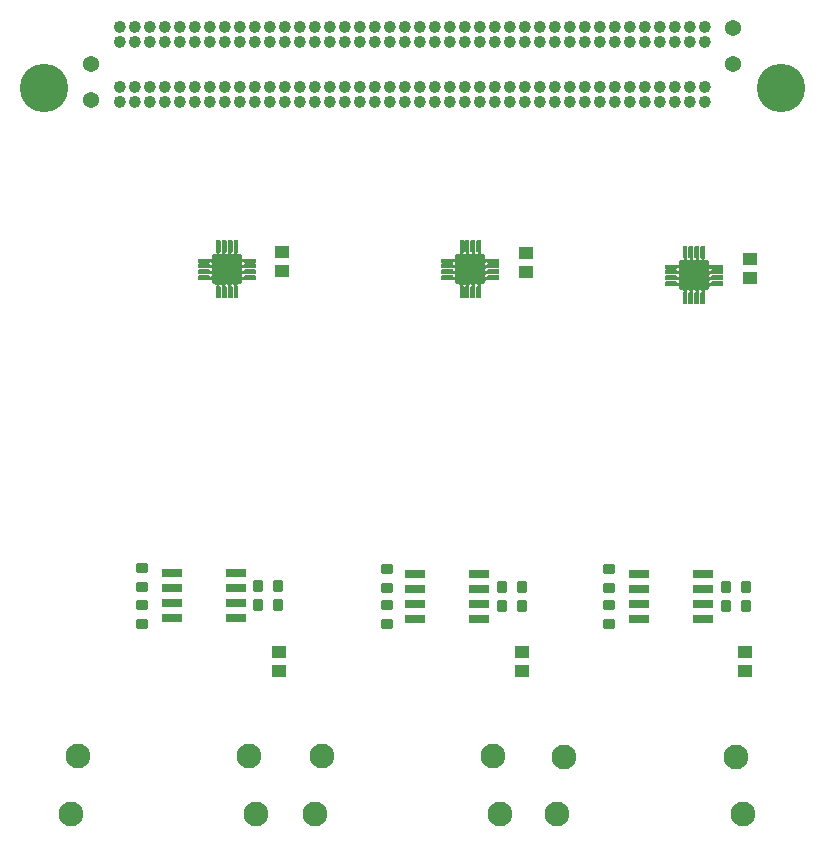
<source format=gbr>
G04 #@! TF.GenerationSoftware,KiCad,Pcbnew,(6.0.4-0)*
G04 #@! TF.CreationDate,2022-07-08T14:42:33+02:00*
G04 #@! TF.ProjectId,adapter_hybrid_assistor_hpc_3HDMI,61646170-7465-4725-9f68-79627269645f,rev?*
G04 #@! TF.SameCoordinates,Original*
G04 #@! TF.FileFunction,Soldermask,Bot*
G04 #@! TF.FilePolarity,Negative*
%FSLAX46Y46*%
G04 Gerber Fmt 4.6, Leading zero omitted, Abs format (unit mm)*
G04 Created by KiCad (PCBNEW (6.0.4-0)) date 2022-07-08 14:42:33*
%MOMM*%
%LPD*%
G01*
G04 APERTURE LIST*
G04 Aperture macros list*
%AMRoundRect*
0 Rectangle with rounded corners*
0 $1 Rounding radius*
0 $2 $3 $4 $5 $6 $7 $8 $9 X,Y pos of 4 corners*
0 Add a 4 corners polygon primitive as box body*
4,1,4,$2,$3,$4,$5,$6,$7,$8,$9,$2,$3,0*
0 Add four circle primitives for the rounded corners*
1,1,$1+$1,$2,$3*
1,1,$1+$1,$4,$5*
1,1,$1+$1,$6,$7*
1,1,$1+$1,$8,$9*
0 Add four rect primitives between the rounded corners*
20,1,$1+$1,$2,$3,$4,$5,0*
20,1,$1+$1,$4,$5,$6,$7,0*
20,1,$1+$1,$6,$7,$8,$9,0*
20,1,$1+$1,$8,$9,$2,$3,0*%
G04 Aperture macros list end*
%ADD10C,0.545000*%
%ADD11C,1.372000*%
%ADD12C,4.102000*%
%ADD13C,2.097000*%
%ADD14RoundRect,0.051000X-0.500000X0.475000X-0.500000X-0.475000X0.500000X-0.475000X0.500000X0.475000X0*%
%ADD15RoundRect,0.051000X-0.150000X-0.425000X0.150000X-0.425000X0.150000X0.425000X-0.150000X0.425000X0*%
%ADD16RoundRect,0.051000X0.425000X-0.150000X0.425000X0.150000X-0.425000X0.150000X-0.425000X-0.150000X0*%
%ADD17RoundRect,0.051000X1.200000X-1.200000X1.200000X1.200000X-1.200000X1.200000X-1.200000X-1.200000X0*%
%ADD18RoundRect,0.251000X-0.200000X-0.275000X0.200000X-0.275000X0.200000X0.275000X-0.200000X0.275000X0*%
%ADD19RoundRect,0.251000X0.275000X-0.200000X0.275000X0.200000X-0.275000X0.200000X-0.275000X-0.200000X0*%
%ADD20RoundRect,0.051000X-0.764000X0.325000X-0.764000X-0.325000X0.764000X-0.325000X0.764000X0.325000X0*%
%ADD21RoundRect,0.251000X0.200000X0.275000X-0.200000X0.275000X-0.200000X-0.275000X0.200000X-0.275000X0*%
G04 APERTURE END LIST*
D10*
X150642500Y-105280000D02*
G75*
G03*
X150642500Y-105280000I-272500J0D01*
G01*
X136672500Y-110360000D02*
G75*
G03*
X136672500Y-110360000I-272500J0D01*
G01*
X141752500Y-110360000D02*
G75*
G03*
X141752500Y-110360000I-272500J0D01*
G01*
X123972500Y-105280000D02*
G75*
G03*
X123972500Y-105280000I-272500J0D01*
G01*
X110002500Y-105280000D02*
G75*
G03*
X110002500Y-105280000I-272500J0D01*
G01*
X144292500Y-106550000D02*
G75*
G03*
X144292500Y-106550000I-272500J0D01*
G01*
X117622500Y-105280000D02*
G75*
G03*
X117622500Y-105280000I-272500J0D01*
G01*
X146832500Y-110360000D02*
G75*
G03*
X146832500Y-110360000I-272500J0D01*
G01*
X153182500Y-106550000D02*
G75*
G03*
X153182500Y-106550000I-272500J0D01*
G01*
X134132500Y-111630000D02*
G75*
G03*
X134132500Y-111630000I-272500J0D01*
G01*
X113812500Y-110360000D02*
G75*
G03*
X113812500Y-110360000I-272500J0D01*
G01*
X140482500Y-106550000D02*
G75*
G03*
X140482500Y-106550000I-272500J0D01*
G01*
X144292500Y-110360000D02*
G75*
G03*
X144292500Y-110360000I-272500J0D01*
G01*
X159532500Y-105280000D02*
G75*
G03*
X159532500Y-105280000I-272500J0D01*
G01*
X149372500Y-111630000D02*
G75*
G03*
X149372500Y-111630000I-272500J0D01*
G01*
X115082500Y-106550000D02*
G75*
G03*
X115082500Y-106550000I-272500J0D01*
G01*
X153182500Y-111630000D02*
G75*
G03*
X153182500Y-111630000I-272500J0D01*
G01*
X115082500Y-105280000D02*
G75*
G03*
X115082500Y-105280000I-272500J0D01*
G01*
X156992500Y-111630000D02*
G75*
G03*
X156992500Y-111630000I-272500J0D01*
G01*
X145562500Y-105280000D02*
G75*
G03*
X145562500Y-105280000I-272500J0D01*
G01*
X121432500Y-111630000D02*
G75*
G03*
X121432500Y-111630000I-272500J0D01*
G01*
X131592500Y-111630000D02*
G75*
G03*
X131592500Y-111630000I-272500J0D01*
G01*
X118892500Y-105280000D02*
G75*
G03*
X118892500Y-105280000I-272500J0D01*
G01*
X150642500Y-110360000D02*
G75*
G03*
X150642500Y-110360000I-272500J0D01*
G01*
X137942500Y-110360000D02*
G75*
G03*
X137942500Y-110360000I-272500J0D01*
G01*
X143022500Y-110360000D02*
G75*
G03*
X143022500Y-110360000I-272500J0D01*
G01*
X111272500Y-111630000D02*
G75*
G03*
X111272500Y-111630000I-272500J0D01*
G01*
X139212500Y-110360000D02*
G75*
G03*
X139212500Y-110360000I-272500J0D01*
G01*
X126512500Y-106550000D02*
G75*
G03*
X126512500Y-106550000I-272500J0D01*
G01*
X111272500Y-110360000D02*
G75*
G03*
X111272500Y-110360000I-272500J0D01*
G01*
X139212500Y-105280000D02*
G75*
G03*
X139212500Y-105280000I-272500J0D01*
G01*
X140482500Y-111630000D02*
G75*
G03*
X140482500Y-111630000I-272500J0D01*
G01*
X144292500Y-105280000D02*
G75*
G03*
X144292500Y-105280000I-272500J0D01*
G01*
X151912500Y-105280000D02*
G75*
G03*
X151912500Y-105280000I-272500J0D01*
G01*
X131592500Y-105280000D02*
G75*
G03*
X131592500Y-105280000I-272500J0D01*
G01*
X153182500Y-105280000D02*
G75*
G03*
X153182500Y-105280000I-272500J0D01*
G01*
X110002500Y-110360000D02*
G75*
G03*
X110002500Y-110360000I-272500J0D01*
G01*
X112542500Y-110360000D02*
G75*
G03*
X112542500Y-110360000I-272500J0D01*
G01*
X150642500Y-106550000D02*
G75*
G03*
X150642500Y-106550000I-272500J0D01*
G01*
X117622500Y-110360000D02*
G75*
G03*
X117622500Y-110360000I-272500J0D01*
G01*
X127782500Y-105280000D02*
G75*
G03*
X127782500Y-105280000I-272500J0D01*
G01*
X137942500Y-111630000D02*
G75*
G03*
X137942500Y-111630000I-272500J0D01*
G01*
X113812500Y-106550000D02*
G75*
G03*
X113812500Y-106550000I-272500J0D01*
G01*
X132862500Y-111630000D02*
G75*
G03*
X132862500Y-111630000I-272500J0D01*
G01*
X120162500Y-105280000D02*
G75*
G03*
X120162500Y-105280000I-272500J0D01*
G01*
X135402500Y-110360000D02*
G75*
G03*
X135402500Y-110360000I-272500J0D01*
G01*
X112542500Y-105280000D02*
G75*
G03*
X112542500Y-105280000I-272500J0D01*
G01*
X136672500Y-105280000D02*
G75*
G03*
X136672500Y-105280000I-272500J0D01*
G01*
X125242500Y-106550000D02*
G75*
G03*
X125242500Y-106550000I-272500J0D01*
G01*
X155722500Y-110360000D02*
G75*
G03*
X155722500Y-110360000I-272500J0D01*
G01*
X132862500Y-106550000D02*
G75*
G03*
X132862500Y-106550000I-272500J0D01*
G01*
X158262500Y-110360000D02*
G75*
G03*
X158262500Y-110360000I-272500J0D01*
G01*
X139212500Y-111630000D02*
G75*
G03*
X139212500Y-111630000I-272500J0D01*
G01*
X115082500Y-111630000D02*
G75*
G03*
X115082500Y-111630000I-272500J0D01*
G01*
X131592500Y-110360000D02*
G75*
G03*
X131592500Y-110360000I-272500J0D01*
G01*
X136672500Y-111630000D02*
G75*
G03*
X136672500Y-111630000I-272500J0D01*
G01*
X149372500Y-105280000D02*
G75*
G03*
X149372500Y-105280000I-272500J0D01*
G01*
X159532500Y-110360000D02*
G75*
G03*
X159532500Y-110360000I-272500J0D01*
G01*
X129052500Y-106550000D02*
G75*
G03*
X129052500Y-106550000I-272500J0D01*
G01*
X151912500Y-106550000D02*
G75*
G03*
X151912500Y-106550000I-272500J0D01*
G01*
X134132500Y-106550000D02*
G75*
G03*
X134132500Y-106550000I-272500J0D01*
G01*
X118892500Y-106550000D02*
G75*
G03*
X118892500Y-106550000I-272500J0D01*
G01*
X129052500Y-110360000D02*
G75*
G03*
X129052500Y-110360000I-272500J0D01*
G01*
X116352500Y-110360000D02*
G75*
G03*
X116352500Y-110360000I-272500J0D01*
G01*
X126512500Y-105280000D02*
G75*
G03*
X126512500Y-105280000I-272500J0D01*
G01*
X123972500Y-110360000D02*
G75*
G03*
X123972500Y-110360000I-272500J0D01*
G01*
X116352500Y-106550000D02*
G75*
G03*
X116352500Y-106550000I-272500J0D01*
G01*
X136672500Y-106550000D02*
G75*
G03*
X136672500Y-106550000I-272500J0D01*
G01*
X154452500Y-111630000D02*
G75*
G03*
X154452500Y-111630000I-272500J0D01*
G01*
X145562500Y-106550000D02*
G75*
G03*
X145562500Y-106550000I-272500J0D01*
G01*
X141752500Y-105280000D02*
G75*
G03*
X141752500Y-105280000I-272500J0D01*
G01*
X122702500Y-106550000D02*
G75*
G03*
X122702500Y-106550000I-272500J0D01*
G01*
X122702500Y-105280000D02*
G75*
G03*
X122702500Y-105280000I-272500J0D01*
G01*
X150642500Y-111630000D02*
G75*
G03*
X150642500Y-111630000I-272500J0D01*
G01*
X130322500Y-105280000D02*
G75*
G03*
X130322500Y-105280000I-272500J0D01*
G01*
X159532500Y-111630000D02*
G75*
G03*
X159532500Y-111630000I-272500J0D01*
G01*
X145562500Y-111630000D02*
G75*
G03*
X145562500Y-111630000I-272500J0D01*
G01*
X145562500Y-110360000D02*
G75*
G03*
X145562500Y-110360000I-272500J0D01*
G01*
X120162500Y-106550000D02*
G75*
G03*
X120162500Y-106550000I-272500J0D01*
G01*
X126512500Y-110360000D02*
G75*
G03*
X126512500Y-110360000I-272500J0D01*
G01*
X156992500Y-105280000D02*
G75*
G03*
X156992500Y-105280000I-272500J0D01*
G01*
X141752500Y-111630000D02*
G75*
G03*
X141752500Y-111630000I-272500J0D01*
G01*
X117622500Y-106550000D02*
G75*
G03*
X117622500Y-106550000I-272500J0D01*
G01*
X141752500Y-106550000D02*
G75*
G03*
X141752500Y-106550000I-272500J0D01*
G01*
X159532500Y-106550000D02*
G75*
G03*
X159532500Y-106550000I-272500J0D01*
G01*
X120162500Y-110360000D02*
G75*
G03*
X120162500Y-110360000I-272500J0D01*
G01*
X129052500Y-105280000D02*
G75*
G03*
X129052500Y-105280000I-272500J0D01*
G01*
X132862500Y-105280000D02*
G75*
G03*
X132862500Y-105280000I-272500J0D01*
G01*
X139212500Y-106550000D02*
G75*
G03*
X139212500Y-106550000I-272500J0D01*
G01*
X127782500Y-106550000D02*
G75*
G03*
X127782500Y-106550000I-272500J0D01*
G01*
X132862500Y-110360000D02*
G75*
G03*
X132862500Y-110360000I-272500J0D01*
G01*
X137942500Y-105280000D02*
G75*
G03*
X137942500Y-105280000I-272500J0D01*
G01*
X111272500Y-105280000D02*
G75*
G03*
X111272500Y-105280000I-272500J0D01*
G01*
X121432500Y-105280000D02*
G75*
G03*
X121432500Y-105280000I-272500J0D01*
G01*
X121432500Y-110360000D02*
G75*
G03*
X121432500Y-110360000I-272500J0D01*
G01*
X112542500Y-106550000D02*
G75*
G03*
X112542500Y-106550000I-272500J0D01*
G01*
X148102500Y-105280000D02*
G75*
G03*
X148102500Y-105280000I-272500J0D01*
G01*
X126512500Y-111630000D02*
G75*
G03*
X126512500Y-111630000I-272500J0D01*
G01*
X148102500Y-106550000D02*
G75*
G03*
X148102500Y-106550000I-272500J0D01*
G01*
X134132500Y-110360000D02*
G75*
G03*
X134132500Y-110360000I-272500J0D01*
G01*
X148102500Y-111630000D02*
G75*
G03*
X148102500Y-111630000I-272500J0D01*
G01*
X156992500Y-106550000D02*
G75*
G03*
X156992500Y-106550000I-272500J0D01*
G01*
X130322500Y-106550000D02*
G75*
G03*
X130322500Y-106550000I-272500J0D01*
G01*
X144292500Y-111630000D02*
G75*
G03*
X144292500Y-111630000I-272500J0D01*
G01*
X118892500Y-111630000D02*
G75*
G03*
X118892500Y-111630000I-272500J0D01*
G01*
X153182500Y-110360000D02*
G75*
G03*
X153182500Y-110360000I-272500J0D01*
G01*
X140482500Y-105280000D02*
G75*
G03*
X140482500Y-105280000I-272500J0D01*
G01*
X143022500Y-106550000D02*
G75*
G03*
X143022500Y-106550000I-272500J0D01*
G01*
X151912500Y-110360000D02*
G75*
G03*
X151912500Y-110360000I-272500J0D01*
G01*
X146832500Y-111630000D02*
G75*
G03*
X146832500Y-111630000I-272500J0D01*
G01*
X156992500Y-110360000D02*
G75*
G03*
X156992500Y-110360000I-272500J0D01*
G01*
X112542500Y-111630000D02*
G75*
G03*
X112542500Y-111630000I-272500J0D01*
G01*
X116352500Y-111630000D02*
G75*
G03*
X116352500Y-111630000I-272500J0D01*
G01*
X158262500Y-106550000D02*
G75*
G03*
X158262500Y-106550000I-272500J0D01*
G01*
X134132500Y-105280000D02*
G75*
G03*
X134132500Y-105280000I-272500J0D01*
G01*
X123972500Y-111630000D02*
G75*
G03*
X123972500Y-111630000I-272500J0D01*
G01*
X135402500Y-105280000D02*
G75*
G03*
X135402500Y-105280000I-272500J0D01*
G01*
X135402500Y-106550000D02*
G75*
G03*
X135402500Y-106550000I-272500J0D01*
G01*
X129052500Y-111630000D02*
G75*
G03*
X129052500Y-111630000I-272500J0D01*
G01*
X154452500Y-110360000D02*
G75*
G03*
X154452500Y-110360000I-272500J0D01*
G01*
X135402500Y-111630000D02*
G75*
G03*
X135402500Y-111630000I-272500J0D01*
G01*
X146832500Y-105280000D02*
G75*
G03*
X146832500Y-105280000I-272500J0D01*
G01*
X158262500Y-111630000D02*
G75*
G03*
X158262500Y-111630000I-272500J0D01*
G01*
X115082500Y-110360000D02*
G75*
G03*
X115082500Y-110360000I-272500J0D01*
G01*
X154452500Y-106550000D02*
G75*
G03*
X154452500Y-106550000I-272500J0D01*
G01*
X154452500Y-105280000D02*
G75*
G03*
X154452500Y-105280000I-272500J0D01*
G01*
X111272500Y-106550000D02*
G75*
G03*
X111272500Y-106550000I-272500J0D01*
G01*
X113812500Y-105280000D02*
G75*
G03*
X113812500Y-105280000I-272500J0D01*
G01*
X125242500Y-110360000D02*
G75*
G03*
X125242500Y-110360000I-272500J0D01*
G01*
X113812500Y-111630000D02*
G75*
G03*
X113812500Y-111630000I-272500J0D01*
G01*
X149372500Y-106550000D02*
G75*
G03*
X149372500Y-106550000I-272500J0D01*
G01*
X143022500Y-105280000D02*
G75*
G03*
X143022500Y-105280000I-272500J0D01*
G01*
X127782500Y-111630000D02*
G75*
G03*
X127782500Y-111630000I-272500J0D01*
G01*
X148102500Y-110360000D02*
G75*
G03*
X148102500Y-110360000I-272500J0D01*
G01*
X125242500Y-105280000D02*
G75*
G03*
X125242500Y-105280000I-272500J0D01*
G01*
X131592500Y-106550000D02*
G75*
G03*
X131592500Y-106550000I-272500J0D01*
G01*
X155722500Y-105280000D02*
G75*
G03*
X155722500Y-105280000I-272500J0D01*
G01*
X117622500Y-111630000D02*
G75*
G03*
X117622500Y-111630000I-272500J0D01*
G01*
X140482500Y-110360000D02*
G75*
G03*
X140482500Y-110360000I-272500J0D01*
G01*
X122702500Y-111630000D02*
G75*
G03*
X122702500Y-111630000I-272500J0D01*
G01*
X110002500Y-111630000D02*
G75*
G03*
X110002500Y-111630000I-272500J0D01*
G01*
X158262500Y-105280000D02*
G75*
G03*
X158262500Y-105280000I-272500J0D01*
G01*
X149372500Y-110360000D02*
G75*
G03*
X149372500Y-110360000I-272500J0D01*
G01*
X123972500Y-106550000D02*
G75*
G03*
X123972500Y-106550000I-272500J0D01*
G01*
X127782500Y-110360000D02*
G75*
G03*
X127782500Y-110360000I-272500J0D01*
G01*
X155722500Y-106550000D02*
G75*
G03*
X155722500Y-106550000I-272500J0D01*
G01*
X121432500Y-106550000D02*
G75*
G03*
X121432500Y-106550000I-272500J0D01*
G01*
X143022500Y-111630000D02*
G75*
G03*
X143022500Y-111630000I-272500J0D01*
G01*
X120162500Y-111630000D02*
G75*
G03*
X120162500Y-111630000I-272500J0D01*
G01*
X146832500Y-106550000D02*
G75*
G03*
X146832500Y-106550000I-272500J0D01*
G01*
X118892500Y-110360000D02*
G75*
G03*
X118892500Y-110360000I-272500J0D01*
G01*
X151912500Y-111630000D02*
G75*
G03*
X151912500Y-111630000I-272500J0D01*
G01*
X110002500Y-106550000D02*
G75*
G03*
X110002500Y-106550000I-272500J0D01*
G01*
X137942500Y-106550000D02*
G75*
G03*
X137942500Y-106550000I-272500J0D01*
G01*
X125242500Y-111630000D02*
G75*
G03*
X125242500Y-111630000I-272500J0D01*
G01*
X122702500Y-110360000D02*
G75*
G03*
X122702500Y-110360000I-272500J0D01*
G01*
X155722500Y-111630000D02*
G75*
G03*
X155722500Y-111630000I-272500J0D01*
G01*
X130322500Y-111630000D02*
G75*
G03*
X130322500Y-111630000I-272500J0D01*
G01*
X130322500Y-110360000D02*
G75*
G03*
X130322500Y-110360000I-272500J0D01*
G01*
X116352500Y-105280000D02*
G75*
G03*
X116352500Y-105280000I-272500J0D01*
G01*
X150642500Y-105280000D02*
G75*
G03*
X150642500Y-105280000I-272500J0D01*
G01*
X136672500Y-110360000D02*
G75*
G03*
X136672500Y-110360000I-272500J0D01*
G01*
X141752500Y-110360000D02*
G75*
G03*
X141752500Y-110360000I-272500J0D01*
G01*
X123972500Y-105280000D02*
G75*
G03*
X123972500Y-105280000I-272500J0D01*
G01*
X110002500Y-105280000D02*
G75*
G03*
X110002500Y-105280000I-272500J0D01*
G01*
X144292500Y-106550000D02*
G75*
G03*
X144292500Y-106550000I-272500J0D01*
G01*
X117622500Y-105280000D02*
G75*
G03*
X117622500Y-105280000I-272500J0D01*
G01*
X146832500Y-110360000D02*
G75*
G03*
X146832500Y-110360000I-272500J0D01*
G01*
X153182500Y-106550000D02*
G75*
G03*
X153182500Y-106550000I-272500J0D01*
G01*
X134132500Y-111630000D02*
G75*
G03*
X134132500Y-111630000I-272500J0D01*
G01*
X113812500Y-110360000D02*
G75*
G03*
X113812500Y-110360000I-272500J0D01*
G01*
X140482500Y-106550000D02*
G75*
G03*
X140482500Y-106550000I-272500J0D01*
G01*
X144292500Y-110360000D02*
G75*
G03*
X144292500Y-110360000I-272500J0D01*
G01*
X159532500Y-105280000D02*
G75*
G03*
X159532500Y-105280000I-272500J0D01*
G01*
X149372500Y-111630000D02*
G75*
G03*
X149372500Y-111630000I-272500J0D01*
G01*
X115082500Y-106550000D02*
G75*
G03*
X115082500Y-106550000I-272500J0D01*
G01*
X153182500Y-111630000D02*
G75*
G03*
X153182500Y-111630000I-272500J0D01*
G01*
X115082500Y-105280000D02*
G75*
G03*
X115082500Y-105280000I-272500J0D01*
G01*
X156992500Y-111630000D02*
G75*
G03*
X156992500Y-111630000I-272500J0D01*
G01*
X145562500Y-105280000D02*
G75*
G03*
X145562500Y-105280000I-272500J0D01*
G01*
X121432500Y-111630000D02*
G75*
G03*
X121432500Y-111630000I-272500J0D01*
G01*
X131592500Y-111630000D02*
G75*
G03*
X131592500Y-111630000I-272500J0D01*
G01*
X118892500Y-105280000D02*
G75*
G03*
X118892500Y-105280000I-272500J0D01*
G01*
X150642500Y-110360000D02*
G75*
G03*
X150642500Y-110360000I-272500J0D01*
G01*
X137942500Y-110360000D02*
G75*
G03*
X137942500Y-110360000I-272500J0D01*
G01*
X143022500Y-110360000D02*
G75*
G03*
X143022500Y-110360000I-272500J0D01*
G01*
X111272500Y-111630000D02*
G75*
G03*
X111272500Y-111630000I-272500J0D01*
G01*
X139212500Y-110360000D02*
G75*
G03*
X139212500Y-110360000I-272500J0D01*
G01*
X126512500Y-106550000D02*
G75*
G03*
X126512500Y-106550000I-272500J0D01*
G01*
X111272500Y-110360000D02*
G75*
G03*
X111272500Y-110360000I-272500J0D01*
G01*
X139212500Y-105280000D02*
G75*
G03*
X139212500Y-105280000I-272500J0D01*
G01*
X140482500Y-111630000D02*
G75*
G03*
X140482500Y-111630000I-272500J0D01*
G01*
X144292500Y-105280000D02*
G75*
G03*
X144292500Y-105280000I-272500J0D01*
G01*
X151912500Y-105280000D02*
G75*
G03*
X151912500Y-105280000I-272500J0D01*
G01*
X131592500Y-105280000D02*
G75*
G03*
X131592500Y-105280000I-272500J0D01*
G01*
X153182500Y-105280000D02*
G75*
G03*
X153182500Y-105280000I-272500J0D01*
G01*
X110002500Y-110360000D02*
G75*
G03*
X110002500Y-110360000I-272500J0D01*
G01*
X112542500Y-110360000D02*
G75*
G03*
X112542500Y-110360000I-272500J0D01*
G01*
X150642500Y-106550000D02*
G75*
G03*
X150642500Y-106550000I-272500J0D01*
G01*
X117622500Y-110360000D02*
G75*
G03*
X117622500Y-110360000I-272500J0D01*
G01*
X127782500Y-105280000D02*
G75*
G03*
X127782500Y-105280000I-272500J0D01*
G01*
X137942500Y-111630000D02*
G75*
G03*
X137942500Y-111630000I-272500J0D01*
G01*
X113812500Y-106550000D02*
G75*
G03*
X113812500Y-106550000I-272500J0D01*
G01*
X132862500Y-111630000D02*
G75*
G03*
X132862500Y-111630000I-272500J0D01*
G01*
X120162500Y-105280000D02*
G75*
G03*
X120162500Y-105280000I-272500J0D01*
G01*
X135402500Y-110360000D02*
G75*
G03*
X135402500Y-110360000I-272500J0D01*
G01*
X112542500Y-105280000D02*
G75*
G03*
X112542500Y-105280000I-272500J0D01*
G01*
X136672500Y-105280000D02*
G75*
G03*
X136672500Y-105280000I-272500J0D01*
G01*
X125242500Y-106550000D02*
G75*
G03*
X125242500Y-106550000I-272500J0D01*
G01*
X155722500Y-110360000D02*
G75*
G03*
X155722500Y-110360000I-272500J0D01*
G01*
X132862500Y-106550000D02*
G75*
G03*
X132862500Y-106550000I-272500J0D01*
G01*
X158262500Y-110360000D02*
G75*
G03*
X158262500Y-110360000I-272500J0D01*
G01*
X139212500Y-111630000D02*
G75*
G03*
X139212500Y-111630000I-272500J0D01*
G01*
X115082500Y-111630000D02*
G75*
G03*
X115082500Y-111630000I-272500J0D01*
G01*
X131592500Y-110360000D02*
G75*
G03*
X131592500Y-110360000I-272500J0D01*
G01*
X136672500Y-111630000D02*
G75*
G03*
X136672500Y-111630000I-272500J0D01*
G01*
X149372500Y-105280000D02*
G75*
G03*
X149372500Y-105280000I-272500J0D01*
G01*
X159532500Y-110360000D02*
G75*
G03*
X159532500Y-110360000I-272500J0D01*
G01*
X129052500Y-106550000D02*
G75*
G03*
X129052500Y-106550000I-272500J0D01*
G01*
X151912500Y-106550000D02*
G75*
G03*
X151912500Y-106550000I-272500J0D01*
G01*
X134132500Y-106550000D02*
G75*
G03*
X134132500Y-106550000I-272500J0D01*
G01*
X118892500Y-106550000D02*
G75*
G03*
X118892500Y-106550000I-272500J0D01*
G01*
X129052500Y-110360000D02*
G75*
G03*
X129052500Y-110360000I-272500J0D01*
G01*
X116352500Y-110360000D02*
G75*
G03*
X116352500Y-110360000I-272500J0D01*
G01*
X126512500Y-105280000D02*
G75*
G03*
X126512500Y-105280000I-272500J0D01*
G01*
X123972500Y-110360000D02*
G75*
G03*
X123972500Y-110360000I-272500J0D01*
G01*
X116352500Y-106550000D02*
G75*
G03*
X116352500Y-106550000I-272500J0D01*
G01*
X136672500Y-106550000D02*
G75*
G03*
X136672500Y-106550000I-272500J0D01*
G01*
X154452500Y-111630000D02*
G75*
G03*
X154452500Y-111630000I-272500J0D01*
G01*
X145562500Y-106550000D02*
G75*
G03*
X145562500Y-106550000I-272500J0D01*
G01*
X141752500Y-105280000D02*
G75*
G03*
X141752500Y-105280000I-272500J0D01*
G01*
X122702500Y-106550000D02*
G75*
G03*
X122702500Y-106550000I-272500J0D01*
G01*
X122702500Y-105280000D02*
G75*
G03*
X122702500Y-105280000I-272500J0D01*
G01*
X150642500Y-111630000D02*
G75*
G03*
X150642500Y-111630000I-272500J0D01*
G01*
X130322500Y-105280000D02*
G75*
G03*
X130322500Y-105280000I-272500J0D01*
G01*
X159532500Y-111630000D02*
G75*
G03*
X159532500Y-111630000I-272500J0D01*
G01*
X145562500Y-111630000D02*
G75*
G03*
X145562500Y-111630000I-272500J0D01*
G01*
X145562500Y-110360000D02*
G75*
G03*
X145562500Y-110360000I-272500J0D01*
G01*
X120162500Y-106550000D02*
G75*
G03*
X120162500Y-106550000I-272500J0D01*
G01*
X126512500Y-110360000D02*
G75*
G03*
X126512500Y-110360000I-272500J0D01*
G01*
X156992500Y-105280000D02*
G75*
G03*
X156992500Y-105280000I-272500J0D01*
G01*
X141752500Y-111630000D02*
G75*
G03*
X141752500Y-111630000I-272500J0D01*
G01*
X117622500Y-106550000D02*
G75*
G03*
X117622500Y-106550000I-272500J0D01*
G01*
X141752500Y-106550000D02*
G75*
G03*
X141752500Y-106550000I-272500J0D01*
G01*
X159532500Y-106550000D02*
G75*
G03*
X159532500Y-106550000I-272500J0D01*
G01*
X120162500Y-110360000D02*
G75*
G03*
X120162500Y-110360000I-272500J0D01*
G01*
X129052500Y-105280000D02*
G75*
G03*
X129052500Y-105280000I-272500J0D01*
G01*
X132862500Y-105280000D02*
G75*
G03*
X132862500Y-105280000I-272500J0D01*
G01*
X139212500Y-106550000D02*
G75*
G03*
X139212500Y-106550000I-272500J0D01*
G01*
X127782500Y-106550000D02*
G75*
G03*
X127782500Y-106550000I-272500J0D01*
G01*
X132862500Y-110360000D02*
G75*
G03*
X132862500Y-110360000I-272500J0D01*
G01*
X137942500Y-105280000D02*
G75*
G03*
X137942500Y-105280000I-272500J0D01*
G01*
X111272500Y-105280000D02*
G75*
G03*
X111272500Y-105280000I-272500J0D01*
G01*
X121432500Y-105280000D02*
G75*
G03*
X121432500Y-105280000I-272500J0D01*
G01*
X121432500Y-110360000D02*
G75*
G03*
X121432500Y-110360000I-272500J0D01*
G01*
X112542500Y-106550000D02*
G75*
G03*
X112542500Y-106550000I-272500J0D01*
G01*
X148102500Y-105280000D02*
G75*
G03*
X148102500Y-105280000I-272500J0D01*
G01*
X126512500Y-111630000D02*
G75*
G03*
X126512500Y-111630000I-272500J0D01*
G01*
X148102500Y-106550000D02*
G75*
G03*
X148102500Y-106550000I-272500J0D01*
G01*
X134132500Y-110360000D02*
G75*
G03*
X134132500Y-110360000I-272500J0D01*
G01*
X148102500Y-111630000D02*
G75*
G03*
X148102500Y-111630000I-272500J0D01*
G01*
X156992500Y-106550000D02*
G75*
G03*
X156992500Y-106550000I-272500J0D01*
G01*
X130322500Y-106550000D02*
G75*
G03*
X130322500Y-106550000I-272500J0D01*
G01*
X144292500Y-111630000D02*
G75*
G03*
X144292500Y-111630000I-272500J0D01*
G01*
X118892500Y-111630000D02*
G75*
G03*
X118892500Y-111630000I-272500J0D01*
G01*
X153182500Y-110360000D02*
G75*
G03*
X153182500Y-110360000I-272500J0D01*
G01*
X140482500Y-105280000D02*
G75*
G03*
X140482500Y-105280000I-272500J0D01*
G01*
X143022500Y-106550000D02*
G75*
G03*
X143022500Y-106550000I-272500J0D01*
G01*
X151912500Y-110360000D02*
G75*
G03*
X151912500Y-110360000I-272500J0D01*
G01*
X146832500Y-111630000D02*
G75*
G03*
X146832500Y-111630000I-272500J0D01*
G01*
X156992500Y-110360000D02*
G75*
G03*
X156992500Y-110360000I-272500J0D01*
G01*
X112542500Y-111630000D02*
G75*
G03*
X112542500Y-111630000I-272500J0D01*
G01*
X116352500Y-111630000D02*
G75*
G03*
X116352500Y-111630000I-272500J0D01*
G01*
X158262500Y-106550000D02*
G75*
G03*
X158262500Y-106550000I-272500J0D01*
G01*
X134132500Y-105280000D02*
G75*
G03*
X134132500Y-105280000I-272500J0D01*
G01*
X123972500Y-111630000D02*
G75*
G03*
X123972500Y-111630000I-272500J0D01*
G01*
X135402500Y-105280000D02*
G75*
G03*
X135402500Y-105280000I-272500J0D01*
G01*
X135402500Y-106550000D02*
G75*
G03*
X135402500Y-106550000I-272500J0D01*
G01*
X129052500Y-111630000D02*
G75*
G03*
X129052500Y-111630000I-272500J0D01*
G01*
X154452500Y-110360000D02*
G75*
G03*
X154452500Y-110360000I-272500J0D01*
G01*
X135402500Y-111630000D02*
G75*
G03*
X135402500Y-111630000I-272500J0D01*
G01*
X146832500Y-105280000D02*
G75*
G03*
X146832500Y-105280000I-272500J0D01*
G01*
X158262500Y-111630000D02*
G75*
G03*
X158262500Y-111630000I-272500J0D01*
G01*
X115082500Y-110360000D02*
G75*
G03*
X115082500Y-110360000I-272500J0D01*
G01*
X154452500Y-106550000D02*
G75*
G03*
X154452500Y-106550000I-272500J0D01*
G01*
X154452500Y-105280000D02*
G75*
G03*
X154452500Y-105280000I-272500J0D01*
G01*
X111272500Y-106550000D02*
G75*
G03*
X111272500Y-106550000I-272500J0D01*
G01*
X113812500Y-105280000D02*
G75*
G03*
X113812500Y-105280000I-272500J0D01*
G01*
X125242500Y-110360000D02*
G75*
G03*
X125242500Y-110360000I-272500J0D01*
G01*
X113812500Y-111630000D02*
G75*
G03*
X113812500Y-111630000I-272500J0D01*
G01*
X149372500Y-106550000D02*
G75*
G03*
X149372500Y-106550000I-272500J0D01*
G01*
X143022500Y-105280000D02*
G75*
G03*
X143022500Y-105280000I-272500J0D01*
G01*
X127782500Y-111630000D02*
G75*
G03*
X127782500Y-111630000I-272500J0D01*
G01*
X148102500Y-110360000D02*
G75*
G03*
X148102500Y-110360000I-272500J0D01*
G01*
X125242500Y-105280000D02*
G75*
G03*
X125242500Y-105280000I-272500J0D01*
G01*
X131592500Y-106550000D02*
G75*
G03*
X131592500Y-106550000I-272500J0D01*
G01*
X155722500Y-105280000D02*
G75*
G03*
X155722500Y-105280000I-272500J0D01*
G01*
X117622500Y-111630000D02*
G75*
G03*
X117622500Y-111630000I-272500J0D01*
G01*
X140482500Y-110360000D02*
G75*
G03*
X140482500Y-110360000I-272500J0D01*
G01*
X122702500Y-111630000D02*
G75*
G03*
X122702500Y-111630000I-272500J0D01*
G01*
X110002500Y-111630000D02*
G75*
G03*
X110002500Y-111630000I-272500J0D01*
G01*
X158262500Y-105280000D02*
G75*
G03*
X158262500Y-105280000I-272500J0D01*
G01*
X149372500Y-110360000D02*
G75*
G03*
X149372500Y-110360000I-272500J0D01*
G01*
X123972500Y-106550000D02*
G75*
G03*
X123972500Y-106550000I-272500J0D01*
G01*
X127782500Y-110360000D02*
G75*
G03*
X127782500Y-110360000I-272500J0D01*
G01*
X155722500Y-106550000D02*
G75*
G03*
X155722500Y-106550000I-272500J0D01*
G01*
X121432500Y-106550000D02*
G75*
G03*
X121432500Y-106550000I-272500J0D01*
G01*
X143022500Y-111630000D02*
G75*
G03*
X143022500Y-111630000I-272500J0D01*
G01*
X120162500Y-111630000D02*
G75*
G03*
X120162500Y-111630000I-272500J0D01*
G01*
X146832500Y-106550000D02*
G75*
G03*
X146832500Y-106550000I-272500J0D01*
G01*
X118892500Y-110360000D02*
G75*
G03*
X118892500Y-110360000I-272500J0D01*
G01*
X151912500Y-111630000D02*
G75*
G03*
X151912500Y-111630000I-272500J0D01*
G01*
X110002500Y-106550000D02*
G75*
G03*
X110002500Y-106550000I-272500J0D01*
G01*
X137942500Y-106550000D02*
G75*
G03*
X137942500Y-106550000I-272500J0D01*
G01*
X125242500Y-111630000D02*
G75*
G03*
X125242500Y-111630000I-272500J0D01*
G01*
X122702500Y-110360000D02*
G75*
G03*
X122702500Y-110360000I-272500J0D01*
G01*
X155722500Y-111630000D02*
G75*
G03*
X155722500Y-111630000I-272500J0D01*
G01*
X130322500Y-111630000D02*
G75*
G03*
X130322500Y-111630000I-272500J0D01*
G01*
X130322500Y-110360000D02*
G75*
G03*
X130322500Y-110360000I-272500J0D01*
G01*
X116352500Y-105280000D02*
G75*
G03*
X116352500Y-105280000I-272500J0D01*
G01*
D11*
X161683000Y-108458000D03*
X107303000Y-111508000D03*
D12*
X165683000Y-110458000D03*
X103303000Y-110458000D03*
D13*
X106189000Y-167050000D03*
X120689000Y-167050000D03*
X105589000Y-171950000D03*
X121289000Y-171950000D03*
X147369000Y-167060000D03*
X161869000Y-167060000D03*
X146769000Y-171960000D03*
X162469000Y-171960000D03*
X126819000Y-167050000D03*
X141319000Y-167050000D03*
X126219000Y-171950000D03*
X141919000Y-171950000D03*
D14*
X123490000Y-124380000D03*
X123490000Y-125980000D03*
X144140000Y-124400000D03*
X144140000Y-126000000D03*
D11*
X161685000Y-105405000D03*
X107305000Y-108455000D03*
D15*
X140170000Y-127760000D03*
X139670000Y-127760000D03*
X139170000Y-127760000D03*
X138670000Y-127760000D03*
D16*
X137470000Y-126560000D03*
X137470000Y-126060000D03*
X137470000Y-125560000D03*
X137470000Y-125060000D03*
D15*
X138670000Y-123860000D03*
X139170000Y-123860000D03*
X139670000Y-123860000D03*
X140170000Y-123860000D03*
D16*
X141370000Y-125060000D03*
X141370000Y-125560000D03*
X141370000Y-126060000D03*
X141370000Y-126560000D03*
D17*
X139420000Y-125810000D03*
D15*
X159120000Y-128270000D03*
X158620000Y-128270000D03*
X158120000Y-128270000D03*
X157620000Y-128270000D03*
D16*
X156420000Y-127070000D03*
X156420000Y-126570000D03*
X156420000Y-126070000D03*
X156420000Y-125570000D03*
D15*
X157620000Y-124370000D03*
X158120000Y-124370000D03*
X158620000Y-124370000D03*
X159120000Y-124370000D03*
D16*
X160320000Y-125570000D03*
X160320000Y-126070000D03*
X160320000Y-126570000D03*
X160320000Y-127070000D03*
D17*
X158370000Y-126320000D03*
D15*
X119540000Y-127760000D03*
X119040000Y-127760000D03*
X118540000Y-127760000D03*
X118040000Y-127760000D03*
D16*
X116840000Y-126560000D03*
X116840000Y-126060000D03*
X116840000Y-125560000D03*
X116840000Y-125060000D03*
D15*
X118040000Y-123860000D03*
X118540000Y-123860000D03*
X119040000Y-123860000D03*
X119540000Y-123860000D03*
D16*
X120740000Y-125060000D03*
X120740000Y-125560000D03*
X120740000Y-126060000D03*
X120740000Y-126560000D03*
D17*
X118790000Y-125810000D03*
D14*
X163090000Y-124960000D03*
X163090000Y-126560000D03*
X162700000Y-158210000D03*
X162700000Y-159810000D03*
D18*
X142130000Y-152720000D03*
X143780000Y-152720000D03*
D19*
X111600000Y-155850000D03*
X111600000Y-154200000D03*
D20*
X114168000Y-155345000D03*
X114168000Y-154075000D03*
X114168000Y-152805000D03*
X114168000Y-151535000D03*
X119590000Y-151535000D03*
X119590000Y-152805000D03*
X119590000Y-154075000D03*
X119590000Y-155345000D03*
X153649000Y-155395000D03*
X153649000Y-154125000D03*
X153649000Y-152855000D03*
X153649000Y-151585000D03*
X159071000Y-151585000D03*
X159071000Y-152855000D03*
X159071000Y-154125000D03*
X159071000Y-155395000D03*
X134759000Y-155395000D03*
X134759000Y-154125000D03*
X134759000Y-152855000D03*
X134759000Y-151585000D03*
X140181000Y-151585000D03*
X140181000Y-152855000D03*
X140181000Y-154125000D03*
X140181000Y-155395000D03*
D18*
X161080000Y-152720000D03*
X162730000Y-152720000D03*
X121460000Y-152650000D03*
X123110000Y-152650000D03*
D21*
X143760000Y-154270000D03*
X142110000Y-154270000D03*
D19*
X132350000Y-155870000D03*
X132350000Y-154220000D03*
D14*
X123230000Y-158230000D03*
X123230000Y-159830000D03*
D19*
X132330000Y-152830000D03*
X132330000Y-151180000D03*
X151150000Y-155870000D03*
X151150000Y-154220000D03*
D14*
X143800000Y-158210000D03*
X143800000Y-159810000D03*
D19*
X151160000Y-152830000D03*
X151160000Y-151180000D03*
X111590000Y-152745000D03*
X111590000Y-151095000D03*
D21*
X162710000Y-154270000D03*
X161060000Y-154270000D03*
X123105000Y-154190000D03*
X121455000Y-154190000D03*
G36*
X157934632Y-127808518D02*
G01*
X157935196Y-127810437D01*
X157934915Y-127811076D01*
X157924767Y-127826262D01*
X157921000Y-127845199D01*
X157921000Y-128694801D01*
X157924767Y-128713738D01*
X157934814Y-128728773D01*
X157934945Y-128730768D01*
X157933282Y-128731880D01*
X157932553Y-128731793D01*
X157872212Y-128712898D01*
X157807310Y-128731955D01*
X157805367Y-128731483D01*
X157804803Y-128729564D01*
X157805084Y-128728925D01*
X157815233Y-128713737D01*
X157819000Y-128694801D01*
X157819000Y-127845199D01*
X157815233Y-127826262D01*
X157805187Y-127811228D01*
X157805056Y-127809232D01*
X157806719Y-127808121D01*
X157807448Y-127808208D01*
X157867788Y-127827102D01*
X157932689Y-127808046D01*
X157934632Y-127808518D01*
G37*
G36*
X158934633Y-127808516D02*
G01*
X158935197Y-127810435D01*
X158934916Y-127811074D01*
X158924767Y-127826262D01*
X158921000Y-127845199D01*
X158921000Y-128694801D01*
X158924767Y-128713738D01*
X158934814Y-128728773D01*
X158934945Y-128730768D01*
X158933282Y-128731880D01*
X158932553Y-128731793D01*
X158872212Y-128712898D01*
X158807310Y-128731955D01*
X158805367Y-128731483D01*
X158804803Y-128729564D01*
X158805084Y-128728925D01*
X158815233Y-128713737D01*
X158819000Y-128694801D01*
X158819000Y-127845199D01*
X158815233Y-127826262D01*
X158805186Y-127811227D01*
X158805055Y-127809232D01*
X158806718Y-127808120D01*
X158807447Y-127808207D01*
X158867786Y-127827102D01*
X158932690Y-127808044D01*
X158934633Y-127808516D01*
G37*
G36*
X158434633Y-127808515D02*
G01*
X158435197Y-127810434D01*
X158434916Y-127811074D01*
X158424767Y-127826262D01*
X158421000Y-127845199D01*
X158421000Y-128694801D01*
X158424767Y-128713738D01*
X158434814Y-128728773D01*
X158434945Y-128730768D01*
X158433282Y-128731880D01*
X158432553Y-128731793D01*
X158372212Y-128712898D01*
X158307310Y-128731955D01*
X158305367Y-128731483D01*
X158304803Y-128729564D01*
X158305084Y-128728925D01*
X158315233Y-128713737D01*
X158319000Y-128694801D01*
X158319000Y-127845199D01*
X158315233Y-127826262D01*
X158305188Y-127811229D01*
X158305057Y-127809233D01*
X158306720Y-127808122D01*
X158307449Y-127808209D01*
X158367792Y-127827102D01*
X158432689Y-127808044D01*
X158434633Y-127808515D01*
G37*
G36*
X118854633Y-127298515D02*
G01*
X118855197Y-127300434D01*
X118854916Y-127301074D01*
X118844767Y-127316262D01*
X118841000Y-127335199D01*
X118841000Y-128184801D01*
X118844767Y-128203738D01*
X118854814Y-128218773D01*
X118854945Y-128220768D01*
X118853282Y-128221880D01*
X118852553Y-128221793D01*
X118792212Y-128202898D01*
X118727310Y-128221955D01*
X118725367Y-128221483D01*
X118724803Y-128219564D01*
X118725084Y-128218925D01*
X118735233Y-128203737D01*
X118739000Y-128184801D01*
X118739000Y-127335199D01*
X118735233Y-127316262D01*
X118725188Y-127301229D01*
X118725057Y-127299233D01*
X118726720Y-127298122D01*
X118727449Y-127298209D01*
X118787792Y-127317102D01*
X118852689Y-127298044D01*
X118854633Y-127298515D01*
G37*
G36*
X119354633Y-127298516D02*
G01*
X119355197Y-127300435D01*
X119354916Y-127301074D01*
X119344767Y-127316262D01*
X119341000Y-127335199D01*
X119341000Y-128184801D01*
X119344767Y-128203738D01*
X119354814Y-128218773D01*
X119354945Y-128220768D01*
X119353282Y-128221880D01*
X119352553Y-128221793D01*
X119292212Y-128202898D01*
X119227310Y-128221955D01*
X119225367Y-128221483D01*
X119224803Y-128219564D01*
X119225084Y-128218925D01*
X119235233Y-128203737D01*
X119239000Y-128184801D01*
X119239000Y-127335199D01*
X119235233Y-127316262D01*
X119225186Y-127301227D01*
X119225055Y-127299232D01*
X119226718Y-127298120D01*
X119227447Y-127298207D01*
X119287786Y-127317102D01*
X119352690Y-127298044D01*
X119354633Y-127298516D01*
G37*
G36*
X139984633Y-127298516D02*
G01*
X139985197Y-127300435D01*
X139984916Y-127301074D01*
X139974767Y-127316262D01*
X139971000Y-127335199D01*
X139971000Y-128184801D01*
X139974767Y-128203738D01*
X139984814Y-128218773D01*
X139984945Y-128220768D01*
X139983282Y-128221880D01*
X139982553Y-128221793D01*
X139922212Y-128202898D01*
X139857310Y-128221955D01*
X139855367Y-128221483D01*
X139854803Y-128219564D01*
X139855084Y-128218925D01*
X139865233Y-128203737D01*
X139869000Y-128184801D01*
X139869000Y-127335199D01*
X139865233Y-127316262D01*
X139855186Y-127301227D01*
X139855055Y-127299232D01*
X139856718Y-127298120D01*
X139857447Y-127298207D01*
X139917786Y-127317102D01*
X139982690Y-127298044D01*
X139984633Y-127298516D01*
G37*
G36*
X118354632Y-127298518D02*
G01*
X118355196Y-127300437D01*
X118354915Y-127301076D01*
X118344767Y-127316262D01*
X118341000Y-127335199D01*
X118341000Y-128184801D01*
X118344767Y-128203738D01*
X118354814Y-128218773D01*
X118354945Y-128220768D01*
X118353282Y-128221880D01*
X118352553Y-128221793D01*
X118292212Y-128202898D01*
X118227310Y-128221955D01*
X118225367Y-128221483D01*
X118224803Y-128219564D01*
X118225084Y-128218925D01*
X118235233Y-128203737D01*
X118239000Y-128184801D01*
X118239000Y-127335199D01*
X118235233Y-127316262D01*
X118225187Y-127301228D01*
X118225056Y-127299232D01*
X118226719Y-127298121D01*
X118227448Y-127298208D01*
X118287788Y-127317102D01*
X118352689Y-127298046D01*
X118354632Y-127298518D01*
G37*
G36*
X138984632Y-127298518D02*
G01*
X138985196Y-127300437D01*
X138984915Y-127301076D01*
X138974767Y-127316262D01*
X138971000Y-127335199D01*
X138971000Y-128184801D01*
X138974767Y-128203738D01*
X138984814Y-128218773D01*
X138984945Y-128220768D01*
X138983282Y-128221880D01*
X138982553Y-128221793D01*
X138922212Y-128202898D01*
X138857310Y-128221955D01*
X138855367Y-128221483D01*
X138854803Y-128219564D01*
X138855084Y-128218925D01*
X138865233Y-128203737D01*
X138869000Y-128184801D01*
X138869000Y-127335199D01*
X138865233Y-127316262D01*
X138855187Y-127301228D01*
X138855056Y-127299232D01*
X138856719Y-127298121D01*
X138857448Y-127298208D01*
X138917788Y-127317102D01*
X138982689Y-127298046D01*
X138984632Y-127298518D01*
G37*
G36*
X139484633Y-127298515D02*
G01*
X139485197Y-127300434D01*
X139484916Y-127301074D01*
X139474767Y-127316262D01*
X139471000Y-127335199D01*
X139471000Y-128184801D01*
X139474767Y-128203738D01*
X139484814Y-128218773D01*
X139484945Y-128220768D01*
X139483282Y-128221880D01*
X139482553Y-128221793D01*
X139422212Y-128202898D01*
X139357310Y-128221955D01*
X139355367Y-128221483D01*
X139354803Y-128219564D01*
X139355084Y-128218925D01*
X139365233Y-128203737D01*
X139369000Y-128184801D01*
X139369000Y-127335199D01*
X139365233Y-127316262D01*
X139355188Y-127301229D01*
X139355057Y-127299233D01*
X139356720Y-127298122D01*
X139357449Y-127298209D01*
X139417792Y-127317102D01*
X139482689Y-127298044D01*
X139484633Y-127298515D01*
G37*
G36*
X158859435Y-127570000D02*
G01*
X158859435Y-127572000D01*
X158858266Y-127572919D01*
X158791254Y-127592595D01*
X158745899Y-127644938D01*
X158736042Y-127713491D01*
X158764880Y-127776636D01*
X158786219Y-127795463D01*
X158786856Y-127797359D01*
X158785533Y-127798859D01*
X158784506Y-127798925D01*
X158769801Y-127796000D01*
X158470199Y-127796000D01*
X158454435Y-127799136D01*
X158452541Y-127798493D01*
X158452151Y-127796531D01*
X158452510Y-127795892D01*
X158494996Y-127745052D01*
X158503626Y-127676334D01*
X158473734Y-127613860D01*
X158414671Y-127577377D01*
X158382029Y-127572982D01*
X158380446Y-127571760D01*
X158380713Y-127569778D01*
X158382296Y-127569000D01*
X158857703Y-127569000D01*
X158859435Y-127570000D01*
G37*
G36*
X159359435Y-127570000D02*
G01*
X159359435Y-127572000D01*
X159358266Y-127572919D01*
X159291254Y-127592595D01*
X159245899Y-127644938D01*
X159236042Y-127713491D01*
X159264880Y-127776636D01*
X159286219Y-127795463D01*
X159286856Y-127797359D01*
X159285533Y-127798859D01*
X159284506Y-127798925D01*
X159269801Y-127796000D01*
X158970199Y-127796000D01*
X158954435Y-127799136D01*
X158952541Y-127798493D01*
X158952151Y-127796531D01*
X158952510Y-127795892D01*
X158994996Y-127745052D01*
X159003626Y-127676334D01*
X158973734Y-127613860D01*
X158914671Y-127577377D01*
X158882034Y-127572982D01*
X158880451Y-127571760D01*
X158880718Y-127569778D01*
X158882301Y-127569000D01*
X159357703Y-127569000D01*
X159359435Y-127570000D01*
G37*
G36*
X158359433Y-127570000D02*
G01*
X158359433Y-127572000D01*
X158358265Y-127572919D01*
X158291250Y-127592599D01*
X158245897Y-127644943D01*
X158236043Y-127713497D01*
X158264883Y-127776641D01*
X158286219Y-127795463D01*
X158286856Y-127797359D01*
X158285533Y-127798859D01*
X158284506Y-127798925D01*
X158269801Y-127796000D01*
X157970199Y-127796000D01*
X157954434Y-127799136D01*
X157952540Y-127798493D01*
X157952150Y-127796531D01*
X157952509Y-127795891D01*
X157994994Y-127745053D01*
X158003625Y-127676338D01*
X157973734Y-127613863D01*
X157914672Y-127577379D01*
X157882160Y-127573000D01*
X157857994Y-127573000D01*
X157791255Y-127592596D01*
X157745900Y-127644939D01*
X157736043Y-127713492D01*
X157764881Y-127776637D01*
X157786219Y-127795463D01*
X157786856Y-127797359D01*
X157785533Y-127798859D01*
X157784506Y-127798925D01*
X157769801Y-127796000D01*
X157470199Y-127796000D01*
X157454434Y-127799136D01*
X157452540Y-127798493D01*
X157452150Y-127796531D01*
X157452509Y-127795891D01*
X157494994Y-127745053D01*
X157503625Y-127676338D01*
X157473735Y-127613863D01*
X157414673Y-127577379D01*
X157382026Y-127572982D01*
X157380443Y-127571760D01*
X157380710Y-127569778D01*
X157382293Y-127569000D01*
X158357701Y-127569000D01*
X158359433Y-127570000D01*
G37*
G36*
X159622919Y-126831731D02*
G01*
X159642596Y-126898745D01*
X159694939Y-126944100D01*
X159763492Y-126953957D01*
X159826637Y-126925119D01*
X159845463Y-126903781D01*
X159847359Y-126903144D01*
X159848859Y-126904467D01*
X159848925Y-126905494D01*
X159846000Y-126920199D01*
X159846000Y-127219801D01*
X159849136Y-127235566D01*
X159848493Y-127237460D01*
X159846531Y-127237850D01*
X159845891Y-127237491D01*
X159795053Y-127195006D01*
X159726338Y-127186375D01*
X159663863Y-127216265D01*
X159627379Y-127275327D01*
X159622982Y-127307973D01*
X159621760Y-127309556D01*
X159619778Y-127309289D01*
X159619000Y-127307706D01*
X159619000Y-126832294D01*
X159620000Y-126830562D01*
X159622000Y-126830562D01*
X159622919Y-126831731D01*
G37*
G36*
X157120222Y-126830718D02*
G01*
X157121000Y-126832301D01*
X157121000Y-127307703D01*
X157120000Y-127309435D01*
X157118000Y-127309435D01*
X157117081Y-127308266D01*
X157097405Y-127241254D01*
X157045062Y-127195899D01*
X156976509Y-127186042D01*
X156913364Y-127214880D01*
X156894537Y-127236219D01*
X156892641Y-127236856D01*
X156891141Y-127235533D01*
X156891075Y-127234506D01*
X156894000Y-127219801D01*
X156894000Y-126920199D01*
X156890864Y-126904435D01*
X156891507Y-126902541D01*
X156893469Y-126902151D01*
X156894108Y-126902510D01*
X156944948Y-126944996D01*
X157013666Y-126953626D01*
X157076140Y-126923734D01*
X157112623Y-126864671D01*
X157117018Y-126832034D01*
X157118240Y-126830451D01*
X157120222Y-126830718D01*
G37*
G36*
X140409435Y-127060000D02*
G01*
X140409435Y-127062000D01*
X140408266Y-127062919D01*
X140341254Y-127082595D01*
X140295899Y-127134938D01*
X140286042Y-127203491D01*
X140314880Y-127266636D01*
X140336219Y-127285463D01*
X140336856Y-127287359D01*
X140335533Y-127288859D01*
X140334506Y-127288925D01*
X140319801Y-127286000D01*
X140020199Y-127286000D01*
X140004435Y-127289136D01*
X140002541Y-127288493D01*
X140002151Y-127286531D01*
X140002510Y-127285892D01*
X140044996Y-127235052D01*
X140053626Y-127166334D01*
X140023734Y-127103860D01*
X139964671Y-127067377D01*
X139932034Y-127062982D01*
X139930451Y-127061760D01*
X139930718Y-127059778D01*
X139932301Y-127059000D01*
X140407703Y-127059000D01*
X140409435Y-127060000D01*
G37*
G36*
X139409433Y-127060000D02*
G01*
X139409433Y-127062000D01*
X139408265Y-127062919D01*
X139341250Y-127082599D01*
X139295897Y-127134943D01*
X139286043Y-127203497D01*
X139314883Y-127266641D01*
X139336219Y-127285463D01*
X139336856Y-127287359D01*
X139335533Y-127288859D01*
X139334506Y-127288925D01*
X139319801Y-127286000D01*
X139020199Y-127286000D01*
X139004434Y-127289136D01*
X139002540Y-127288493D01*
X139002150Y-127286531D01*
X139002509Y-127285891D01*
X139044994Y-127235053D01*
X139053625Y-127166338D01*
X139023734Y-127103863D01*
X138964672Y-127067379D01*
X138932160Y-127063000D01*
X138907994Y-127063000D01*
X138841255Y-127082596D01*
X138795900Y-127134939D01*
X138786043Y-127203492D01*
X138814881Y-127266637D01*
X138836219Y-127285463D01*
X138836856Y-127287359D01*
X138835533Y-127288859D01*
X138834506Y-127288925D01*
X138819801Y-127286000D01*
X138520199Y-127286000D01*
X138504434Y-127289136D01*
X138502540Y-127288493D01*
X138502150Y-127286531D01*
X138502509Y-127285891D01*
X138544994Y-127235053D01*
X138553625Y-127166338D01*
X138523735Y-127103863D01*
X138464673Y-127067379D01*
X138432026Y-127062982D01*
X138430443Y-127061760D01*
X138430710Y-127059778D01*
X138432293Y-127059000D01*
X139407701Y-127059000D01*
X139409433Y-127060000D01*
G37*
G36*
X119779435Y-127060000D02*
G01*
X119779435Y-127062000D01*
X119778266Y-127062919D01*
X119711254Y-127082595D01*
X119665899Y-127134938D01*
X119656042Y-127203491D01*
X119684880Y-127266636D01*
X119706219Y-127285463D01*
X119706856Y-127287359D01*
X119705533Y-127288859D01*
X119704506Y-127288925D01*
X119689801Y-127286000D01*
X119390199Y-127286000D01*
X119374435Y-127289136D01*
X119372541Y-127288493D01*
X119372151Y-127286531D01*
X119372510Y-127285892D01*
X119414996Y-127235052D01*
X119423626Y-127166334D01*
X119393734Y-127103860D01*
X119334671Y-127067377D01*
X119302034Y-127062982D01*
X119300451Y-127061760D01*
X119300718Y-127059778D01*
X119302301Y-127059000D01*
X119777703Y-127059000D01*
X119779435Y-127060000D01*
G37*
G36*
X139909435Y-127060000D02*
G01*
X139909435Y-127062000D01*
X139908266Y-127062919D01*
X139841254Y-127082595D01*
X139795899Y-127134938D01*
X139786042Y-127203491D01*
X139814880Y-127266636D01*
X139836219Y-127285463D01*
X139836856Y-127287359D01*
X139835533Y-127288859D01*
X139834506Y-127288925D01*
X139819801Y-127286000D01*
X139520199Y-127286000D01*
X139504435Y-127289136D01*
X139502541Y-127288493D01*
X139502151Y-127286531D01*
X139502510Y-127285892D01*
X139544996Y-127235052D01*
X139553626Y-127166334D01*
X139523734Y-127103860D01*
X139464671Y-127067377D01*
X139432029Y-127062982D01*
X139430446Y-127061760D01*
X139430713Y-127059778D01*
X139432296Y-127059000D01*
X139907703Y-127059000D01*
X139909435Y-127060000D01*
G37*
G36*
X119279435Y-127060000D02*
G01*
X119279435Y-127062000D01*
X119278266Y-127062919D01*
X119211254Y-127082595D01*
X119165899Y-127134938D01*
X119156042Y-127203491D01*
X119184880Y-127266636D01*
X119206219Y-127285463D01*
X119206856Y-127287359D01*
X119205533Y-127288859D01*
X119204506Y-127288925D01*
X119189801Y-127286000D01*
X118890199Y-127286000D01*
X118874435Y-127289136D01*
X118872541Y-127288493D01*
X118872151Y-127286531D01*
X118872510Y-127285892D01*
X118914996Y-127235052D01*
X118923626Y-127166334D01*
X118893734Y-127103860D01*
X118834671Y-127067377D01*
X118802029Y-127062982D01*
X118800446Y-127061760D01*
X118800713Y-127059778D01*
X118802296Y-127059000D01*
X119277703Y-127059000D01*
X119279435Y-127060000D01*
G37*
G36*
X118779433Y-127060000D02*
G01*
X118779433Y-127062000D01*
X118778265Y-127062919D01*
X118711250Y-127082599D01*
X118665897Y-127134943D01*
X118656043Y-127203497D01*
X118684883Y-127266641D01*
X118706219Y-127285463D01*
X118706856Y-127287359D01*
X118705533Y-127288859D01*
X118704506Y-127288925D01*
X118689801Y-127286000D01*
X118390199Y-127286000D01*
X118374434Y-127289136D01*
X118372540Y-127288493D01*
X118372150Y-127286531D01*
X118372509Y-127285891D01*
X118414994Y-127235053D01*
X118423625Y-127166338D01*
X118393734Y-127103863D01*
X118334672Y-127067379D01*
X118302160Y-127063000D01*
X118277994Y-127063000D01*
X118211255Y-127082596D01*
X118165900Y-127134939D01*
X118156043Y-127203492D01*
X118184881Y-127266637D01*
X118206219Y-127285463D01*
X118206856Y-127287359D01*
X118205533Y-127288859D01*
X118204506Y-127288925D01*
X118189801Y-127286000D01*
X117890199Y-127286000D01*
X117874434Y-127289136D01*
X117872540Y-127288493D01*
X117872150Y-127286531D01*
X117872509Y-127285891D01*
X117914994Y-127235053D01*
X117923625Y-127166338D01*
X117893735Y-127103863D01*
X117834673Y-127067379D01*
X117802026Y-127062982D01*
X117800443Y-127061760D01*
X117800710Y-127059778D01*
X117802293Y-127059000D01*
X118777701Y-127059000D01*
X118779433Y-127060000D01*
G37*
G36*
X155961075Y-126755084D02*
G01*
X155976263Y-126765233D01*
X155995199Y-126769000D01*
X156844801Y-126769000D01*
X156863738Y-126765233D01*
X156878773Y-126755186D01*
X156880768Y-126755055D01*
X156881880Y-126756718D01*
X156881793Y-126757447D01*
X156862898Y-126817786D01*
X156881956Y-126882690D01*
X156881484Y-126884633D01*
X156879565Y-126885197D01*
X156878926Y-126884916D01*
X156863738Y-126874767D01*
X156844801Y-126871000D01*
X155995199Y-126871000D01*
X155976262Y-126874767D01*
X155961227Y-126884814D01*
X155959232Y-126884945D01*
X155958120Y-126883282D01*
X155958207Y-126882553D01*
X155977102Y-126822212D01*
X155958045Y-126757310D01*
X155958517Y-126755367D01*
X155960436Y-126754803D01*
X155961075Y-126755084D01*
G37*
G36*
X159861076Y-126755085D02*
G01*
X159876262Y-126765233D01*
X159895199Y-126769000D01*
X160744801Y-126769000D01*
X160763738Y-126765233D01*
X160778773Y-126755186D01*
X160780768Y-126755055D01*
X160781880Y-126756718D01*
X160781793Y-126757447D01*
X160762898Y-126817788D01*
X160781955Y-126882690D01*
X160781483Y-126884633D01*
X160779564Y-126885197D01*
X160778925Y-126884916D01*
X160763737Y-126874767D01*
X160744801Y-126871000D01*
X159895199Y-126871000D01*
X159876262Y-126874767D01*
X159861228Y-126884813D01*
X159859232Y-126884944D01*
X159858121Y-126883281D01*
X159858208Y-126882552D01*
X159877102Y-126822212D01*
X159858046Y-126757311D01*
X159858518Y-126755368D01*
X159860437Y-126754804D01*
X159861076Y-126755085D01*
G37*
G36*
X159622919Y-126331735D02*
G01*
X159642599Y-126398750D01*
X159694943Y-126444103D01*
X159763497Y-126453957D01*
X159826641Y-126425117D01*
X159845463Y-126403781D01*
X159847359Y-126403144D01*
X159848859Y-126404467D01*
X159848925Y-126405494D01*
X159846000Y-126420199D01*
X159846000Y-126719801D01*
X159849136Y-126735566D01*
X159848493Y-126737460D01*
X159846531Y-126737850D01*
X159845891Y-126737491D01*
X159795053Y-126695006D01*
X159726338Y-126686375D01*
X159663863Y-126716266D01*
X159627379Y-126775328D01*
X159622982Y-126807973D01*
X159621760Y-126809556D01*
X159619778Y-126809289D01*
X159619000Y-126807706D01*
X159619000Y-126332299D01*
X159620000Y-126330567D01*
X159622000Y-126330567D01*
X159622919Y-126331735D01*
G37*
G36*
X157120222Y-126330716D02*
G01*
X157121000Y-126332299D01*
X157121000Y-126807703D01*
X157120000Y-126809435D01*
X157118000Y-126809435D01*
X157117081Y-126808266D01*
X157097405Y-126741254D01*
X157045062Y-126695899D01*
X156976509Y-126686042D01*
X156913364Y-126714880D01*
X156894537Y-126736219D01*
X156892641Y-126736856D01*
X156891141Y-126735533D01*
X156891075Y-126734506D01*
X156894000Y-126719801D01*
X156894000Y-126420199D01*
X156890864Y-126404435D01*
X156891507Y-126402541D01*
X156893469Y-126402151D01*
X156894108Y-126402510D01*
X156944948Y-126444996D01*
X157013666Y-126453626D01*
X157076140Y-126423734D01*
X157112623Y-126364671D01*
X157117018Y-126332032D01*
X157118240Y-126330449D01*
X157120222Y-126330716D01*
G37*
G36*
X140672919Y-126321731D02*
G01*
X140692596Y-126388745D01*
X140744939Y-126434100D01*
X140813492Y-126443957D01*
X140876637Y-126415119D01*
X140895463Y-126393781D01*
X140897359Y-126393144D01*
X140898859Y-126394467D01*
X140898925Y-126395494D01*
X140896000Y-126410199D01*
X140896000Y-126709801D01*
X140899136Y-126725566D01*
X140898493Y-126727460D01*
X140896531Y-126727850D01*
X140895891Y-126727491D01*
X140845053Y-126685006D01*
X140776338Y-126676375D01*
X140713863Y-126706265D01*
X140677379Y-126765327D01*
X140672982Y-126797973D01*
X140671760Y-126799556D01*
X140669778Y-126799289D01*
X140669000Y-126797706D01*
X140669000Y-126322294D01*
X140670000Y-126320562D01*
X140672000Y-126320562D01*
X140672919Y-126321731D01*
G37*
G36*
X120042919Y-126321731D02*
G01*
X120062596Y-126388745D01*
X120114939Y-126434100D01*
X120183492Y-126443957D01*
X120246637Y-126415119D01*
X120265463Y-126393781D01*
X120267359Y-126393144D01*
X120268859Y-126394467D01*
X120268925Y-126395494D01*
X120266000Y-126410199D01*
X120266000Y-126709801D01*
X120269136Y-126725566D01*
X120268493Y-126727460D01*
X120266531Y-126727850D01*
X120265891Y-126727491D01*
X120215053Y-126685006D01*
X120146338Y-126676375D01*
X120083863Y-126706265D01*
X120047379Y-126765327D01*
X120042982Y-126797973D01*
X120041760Y-126799556D01*
X120039778Y-126799289D01*
X120039000Y-126797706D01*
X120039000Y-126322294D01*
X120040000Y-126320562D01*
X120042000Y-126320562D01*
X120042919Y-126321731D01*
G37*
G36*
X117540222Y-126320718D02*
G01*
X117541000Y-126322301D01*
X117541000Y-126797703D01*
X117540000Y-126799435D01*
X117538000Y-126799435D01*
X117537081Y-126798266D01*
X117517405Y-126731254D01*
X117465062Y-126685899D01*
X117396509Y-126676042D01*
X117333364Y-126704880D01*
X117314537Y-126726219D01*
X117312641Y-126726856D01*
X117311141Y-126725533D01*
X117311075Y-126724506D01*
X117314000Y-126709801D01*
X117314000Y-126410199D01*
X117310864Y-126394435D01*
X117311507Y-126392541D01*
X117313469Y-126392151D01*
X117314108Y-126392510D01*
X117364948Y-126434996D01*
X117433666Y-126443626D01*
X117496140Y-126413734D01*
X117532623Y-126354671D01*
X117537018Y-126322034D01*
X117538240Y-126320451D01*
X117540222Y-126320718D01*
G37*
G36*
X138170222Y-126320718D02*
G01*
X138171000Y-126322301D01*
X138171000Y-126797703D01*
X138170000Y-126799435D01*
X138168000Y-126799435D01*
X138167081Y-126798266D01*
X138147405Y-126731254D01*
X138095062Y-126685899D01*
X138026509Y-126676042D01*
X137963364Y-126704880D01*
X137944537Y-126726219D01*
X137942641Y-126726856D01*
X137941141Y-126725533D01*
X137941075Y-126724506D01*
X137944000Y-126709801D01*
X137944000Y-126410199D01*
X137940864Y-126394435D01*
X137941507Y-126392541D01*
X137943469Y-126392151D01*
X137944108Y-126392510D01*
X137994948Y-126434996D01*
X138063666Y-126443626D01*
X138126140Y-126413734D01*
X138162623Y-126354671D01*
X138167018Y-126322034D01*
X138168240Y-126320451D01*
X138170222Y-126320718D01*
G37*
G36*
X155961075Y-126255084D02*
G01*
X155976263Y-126265233D01*
X155995199Y-126269000D01*
X156844801Y-126269000D01*
X156863738Y-126265233D01*
X156878771Y-126255188D01*
X156880767Y-126255057D01*
X156881878Y-126256720D01*
X156881791Y-126257449D01*
X156862898Y-126317792D01*
X156881956Y-126382689D01*
X156881485Y-126384633D01*
X156879566Y-126385197D01*
X156878926Y-126384916D01*
X156863738Y-126374767D01*
X156844801Y-126371000D01*
X155995199Y-126371000D01*
X155976262Y-126374767D01*
X155961227Y-126384814D01*
X155959232Y-126384945D01*
X155958120Y-126383282D01*
X155958207Y-126382553D01*
X155977102Y-126322212D01*
X155958045Y-126257310D01*
X155958517Y-126255367D01*
X155960436Y-126254803D01*
X155961075Y-126255084D01*
G37*
G36*
X159861074Y-126255084D02*
G01*
X159876262Y-126265233D01*
X159895199Y-126269000D01*
X160744801Y-126269000D01*
X160763738Y-126265233D01*
X160778773Y-126255186D01*
X160780768Y-126255055D01*
X160781880Y-126256718D01*
X160781793Y-126257447D01*
X160762898Y-126317788D01*
X160781955Y-126382690D01*
X160781483Y-126384633D01*
X160779564Y-126385197D01*
X160778925Y-126384916D01*
X160763737Y-126374767D01*
X160744801Y-126371000D01*
X159895199Y-126371000D01*
X159876262Y-126374767D01*
X159861229Y-126384812D01*
X159859233Y-126384943D01*
X159858122Y-126383280D01*
X159858209Y-126382551D01*
X159877102Y-126322208D01*
X159858044Y-126257311D01*
X159858515Y-126255367D01*
X159860434Y-126254803D01*
X159861074Y-126255084D01*
G37*
G36*
X116381075Y-126245084D02*
G01*
X116396263Y-126255233D01*
X116415199Y-126259000D01*
X117264801Y-126259000D01*
X117283738Y-126255233D01*
X117298773Y-126245186D01*
X117300768Y-126245055D01*
X117301880Y-126246718D01*
X117301793Y-126247447D01*
X117282898Y-126307786D01*
X117301956Y-126372690D01*
X117301484Y-126374633D01*
X117299565Y-126375197D01*
X117298926Y-126374916D01*
X117283738Y-126364767D01*
X117264801Y-126361000D01*
X116415199Y-126361000D01*
X116396262Y-126364767D01*
X116381227Y-126374814D01*
X116379232Y-126374945D01*
X116378120Y-126373282D01*
X116378207Y-126372553D01*
X116397102Y-126312212D01*
X116378045Y-126247310D01*
X116378517Y-126245367D01*
X116380436Y-126244803D01*
X116381075Y-126245084D01*
G37*
G36*
X140911076Y-126245085D02*
G01*
X140926262Y-126255233D01*
X140945199Y-126259000D01*
X141794801Y-126259000D01*
X141813738Y-126255233D01*
X141828773Y-126245186D01*
X141830768Y-126245055D01*
X141831880Y-126246718D01*
X141831793Y-126247447D01*
X141812898Y-126307788D01*
X141831955Y-126372690D01*
X141831483Y-126374633D01*
X141829564Y-126375197D01*
X141828925Y-126374916D01*
X141813737Y-126364767D01*
X141794801Y-126361000D01*
X140945199Y-126361000D01*
X140926262Y-126364767D01*
X140911228Y-126374813D01*
X140909232Y-126374944D01*
X140908121Y-126373281D01*
X140908208Y-126372552D01*
X140927102Y-126312212D01*
X140908046Y-126247311D01*
X140908518Y-126245368D01*
X140910437Y-126244804D01*
X140911076Y-126245085D01*
G37*
G36*
X137011075Y-126245084D02*
G01*
X137026263Y-126255233D01*
X137045199Y-126259000D01*
X137894801Y-126259000D01*
X137913738Y-126255233D01*
X137928773Y-126245186D01*
X137930768Y-126245055D01*
X137931880Y-126246718D01*
X137931793Y-126247447D01*
X137912898Y-126307786D01*
X137931956Y-126372690D01*
X137931484Y-126374633D01*
X137929565Y-126375197D01*
X137928926Y-126374916D01*
X137913738Y-126364767D01*
X137894801Y-126361000D01*
X137045199Y-126361000D01*
X137026262Y-126364767D01*
X137011227Y-126374814D01*
X137009232Y-126374945D01*
X137008120Y-126373282D01*
X137008207Y-126372553D01*
X137027102Y-126312212D01*
X137008045Y-126247310D01*
X137008517Y-126245367D01*
X137010436Y-126244803D01*
X137011075Y-126245084D01*
G37*
G36*
X120281076Y-126245085D02*
G01*
X120296262Y-126255233D01*
X120315199Y-126259000D01*
X121164801Y-126259000D01*
X121183738Y-126255233D01*
X121198773Y-126245186D01*
X121200768Y-126245055D01*
X121201880Y-126246718D01*
X121201793Y-126247447D01*
X121182898Y-126307788D01*
X121201955Y-126372690D01*
X121201483Y-126374633D01*
X121199564Y-126375197D01*
X121198925Y-126374916D01*
X121183737Y-126364767D01*
X121164801Y-126361000D01*
X120315199Y-126361000D01*
X120296262Y-126364767D01*
X120281228Y-126374813D01*
X120279232Y-126374944D01*
X120278121Y-126373281D01*
X120278208Y-126372552D01*
X120297102Y-126312212D01*
X120278046Y-126247311D01*
X120278518Y-126245368D01*
X120280437Y-126244804D01*
X120281076Y-126245085D01*
G37*
G36*
X159622919Y-125831734D02*
G01*
X159642595Y-125898746D01*
X159694938Y-125944101D01*
X159763491Y-125953958D01*
X159826636Y-125925120D01*
X159845463Y-125903781D01*
X159847359Y-125903144D01*
X159848859Y-125904467D01*
X159848925Y-125905494D01*
X159846000Y-125920199D01*
X159846000Y-126219801D01*
X159849136Y-126235565D01*
X159848493Y-126237459D01*
X159846531Y-126237849D01*
X159845892Y-126237490D01*
X159795052Y-126195004D01*
X159726334Y-126186374D01*
X159663860Y-126216266D01*
X159627377Y-126275329D01*
X159622982Y-126307968D01*
X159621760Y-126309551D01*
X159619778Y-126309284D01*
X159619000Y-126307701D01*
X159619000Y-125832297D01*
X159620000Y-125830565D01*
X159622000Y-125830565D01*
X159622919Y-125831734D01*
G37*
G36*
X157120222Y-125830711D02*
G01*
X157121000Y-125832294D01*
X157121000Y-126307701D01*
X157120000Y-126309433D01*
X157118000Y-126309433D01*
X157117081Y-126308265D01*
X157097401Y-126241250D01*
X157045057Y-126195897D01*
X156976503Y-126186043D01*
X156913359Y-126214883D01*
X156894537Y-126236219D01*
X156892641Y-126236856D01*
X156891141Y-126235533D01*
X156891075Y-126234506D01*
X156894000Y-126219801D01*
X156894000Y-125920199D01*
X156890864Y-125904434D01*
X156891507Y-125902540D01*
X156893469Y-125902150D01*
X156894109Y-125902509D01*
X156944947Y-125944994D01*
X157013662Y-125953625D01*
X157076137Y-125923734D01*
X157112621Y-125864672D01*
X157117018Y-125832027D01*
X157118240Y-125830444D01*
X157120222Y-125830711D01*
G37*
G36*
X120042919Y-125821735D02*
G01*
X120062599Y-125888750D01*
X120114943Y-125934103D01*
X120183497Y-125943957D01*
X120246641Y-125915117D01*
X120265463Y-125893781D01*
X120267359Y-125893144D01*
X120268859Y-125894467D01*
X120268925Y-125895494D01*
X120266000Y-125910199D01*
X120266000Y-126209801D01*
X120269136Y-126225566D01*
X120268493Y-126227460D01*
X120266531Y-126227850D01*
X120265891Y-126227491D01*
X120215053Y-126185006D01*
X120146338Y-126176375D01*
X120083863Y-126206266D01*
X120047379Y-126265328D01*
X120042982Y-126297973D01*
X120041760Y-126299556D01*
X120039778Y-126299289D01*
X120039000Y-126297706D01*
X120039000Y-125822299D01*
X120040000Y-125820567D01*
X120042000Y-125820567D01*
X120042919Y-125821735D01*
G37*
G36*
X140672919Y-125821735D02*
G01*
X140692599Y-125888750D01*
X140744943Y-125934103D01*
X140813497Y-125943957D01*
X140876641Y-125915117D01*
X140895463Y-125893781D01*
X140897359Y-125893144D01*
X140898859Y-125894467D01*
X140898925Y-125895494D01*
X140896000Y-125910199D01*
X140896000Y-126209801D01*
X140899136Y-126225566D01*
X140898493Y-126227460D01*
X140896531Y-126227850D01*
X140895891Y-126227491D01*
X140845053Y-126185006D01*
X140776338Y-126176375D01*
X140713863Y-126206266D01*
X140677379Y-126265328D01*
X140672982Y-126297973D01*
X140671760Y-126299556D01*
X140669778Y-126299289D01*
X140669000Y-126297706D01*
X140669000Y-125822299D01*
X140670000Y-125820567D01*
X140672000Y-125820567D01*
X140672919Y-125821735D01*
G37*
G36*
X138170222Y-125820716D02*
G01*
X138171000Y-125822299D01*
X138171000Y-126297703D01*
X138170000Y-126299435D01*
X138168000Y-126299435D01*
X138167081Y-126298266D01*
X138147405Y-126231254D01*
X138095062Y-126185899D01*
X138026509Y-126176042D01*
X137963364Y-126204880D01*
X137944537Y-126226219D01*
X137942641Y-126226856D01*
X137941141Y-126225533D01*
X137941075Y-126224506D01*
X137944000Y-126209801D01*
X137944000Y-125910199D01*
X137940864Y-125894435D01*
X137941507Y-125892541D01*
X137943469Y-125892151D01*
X137944108Y-125892510D01*
X137994948Y-125934996D01*
X138063666Y-125943626D01*
X138126140Y-125913734D01*
X138162623Y-125854671D01*
X138167018Y-125822032D01*
X138168240Y-125820449D01*
X138170222Y-125820716D01*
G37*
G36*
X117540222Y-125820716D02*
G01*
X117541000Y-125822299D01*
X117541000Y-126297703D01*
X117540000Y-126299435D01*
X117538000Y-126299435D01*
X117537081Y-126298266D01*
X117517405Y-126231254D01*
X117465062Y-126185899D01*
X117396509Y-126176042D01*
X117333364Y-126204880D01*
X117314537Y-126226219D01*
X117312641Y-126226856D01*
X117311141Y-126225533D01*
X117311075Y-126224506D01*
X117314000Y-126209801D01*
X117314000Y-125910199D01*
X117310864Y-125894435D01*
X117311507Y-125892541D01*
X117313469Y-125892151D01*
X117314108Y-125892510D01*
X117364948Y-125934996D01*
X117433666Y-125943626D01*
X117496140Y-125913734D01*
X117532623Y-125854671D01*
X117537018Y-125822032D01*
X117538240Y-125820449D01*
X117540222Y-125820716D01*
G37*
G36*
X159861074Y-125755084D02*
G01*
X159876262Y-125765233D01*
X159895199Y-125769000D01*
X160744801Y-125769000D01*
X160763738Y-125765233D01*
X160778773Y-125755186D01*
X160780768Y-125755055D01*
X160781880Y-125756718D01*
X160781793Y-125757447D01*
X160762898Y-125817788D01*
X160781955Y-125882690D01*
X160781483Y-125884633D01*
X160779564Y-125885197D01*
X160778925Y-125884916D01*
X160763737Y-125874767D01*
X160744801Y-125871000D01*
X159895199Y-125871000D01*
X159876262Y-125874767D01*
X159861227Y-125884814D01*
X159859232Y-125884945D01*
X159858120Y-125883282D01*
X159858207Y-125882553D01*
X159877102Y-125822214D01*
X159858044Y-125757310D01*
X159858516Y-125755367D01*
X159860435Y-125754803D01*
X159861074Y-125755084D01*
G37*
G36*
X155961075Y-125755084D02*
G01*
X155976263Y-125765233D01*
X155995199Y-125769000D01*
X156844801Y-125769000D01*
X156863738Y-125765233D01*
X156878772Y-125755187D01*
X156880768Y-125755056D01*
X156881879Y-125756719D01*
X156881792Y-125757448D01*
X156862898Y-125817788D01*
X156881954Y-125882689D01*
X156881482Y-125884632D01*
X156879563Y-125885196D01*
X156878924Y-125884915D01*
X156863738Y-125874767D01*
X156844801Y-125871000D01*
X155995199Y-125871000D01*
X155976262Y-125874767D01*
X155961227Y-125884814D01*
X155959232Y-125884945D01*
X155958120Y-125883282D01*
X155958207Y-125882553D01*
X155977102Y-125822212D01*
X155958045Y-125757310D01*
X155958517Y-125755367D01*
X155960436Y-125754803D01*
X155961075Y-125755084D01*
G37*
G36*
X116381075Y-125745084D02*
G01*
X116396263Y-125755233D01*
X116415199Y-125759000D01*
X117264801Y-125759000D01*
X117283738Y-125755233D01*
X117298771Y-125745188D01*
X117300767Y-125745057D01*
X117301878Y-125746720D01*
X117301791Y-125747449D01*
X117282898Y-125807792D01*
X117301956Y-125872689D01*
X117301485Y-125874633D01*
X117299566Y-125875197D01*
X117298926Y-125874916D01*
X117283738Y-125864767D01*
X117264801Y-125861000D01*
X116415199Y-125861000D01*
X116396262Y-125864767D01*
X116381227Y-125874814D01*
X116379232Y-125874945D01*
X116378120Y-125873282D01*
X116378207Y-125872553D01*
X116397102Y-125812212D01*
X116378045Y-125747310D01*
X116378517Y-125745367D01*
X116380436Y-125744803D01*
X116381075Y-125745084D01*
G37*
G36*
X120281074Y-125745084D02*
G01*
X120296262Y-125755233D01*
X120315199Y-125759000D01*
X121164801Y-125759000D01*
X121183738Y-125755233D01*
X121198773Y-125745186D01*
X121200768Y-125745055D01*
X121201880Y-125746718D01*
X121201793Y-125747447D01*
X121182898Y-125807788D01*
X121201955Y-125872690D01*
X121201483Y-125874633D01*
X121199564Y-125875197D01*
X121198925Y-125874916D01*
X121183737Y-125864767D01*
X121164801Y-125861000D01*
X120315199Y-125861000D01*
X120296262Y-125864767D01*
X120281229Y-125874812D01*
X120279233Y-125874943D01*
X120278122Y-125873280D01*
X120278209Y-125872551D01*
X120297102Y-125812208D01*
X120278044Y-125747311D01*
X120278515Y-125745367D01*
X120280434Y-125744803D01*
X120281074Y-125745084D01*
G37*
G36*
X137011075Y-125745084D02*
G01*
X137026263Y-125755233D01*
X137045199Y-125759000D01*
X137894801Y-125759000D01*
X137913738Y-125755233D01*
X137928771Y-125745188D01*
X137930767Y-125745057D01*
X137931878Y-125746720D01*
X137931791Y-125747449D01*
X137912898Y-125807792D01*
X137931956Y-125872689D01*
X137931485Y-125874633D01*
X137929566Y-125875197D01*
X137928926Y-125874916D01*
X137913738Y-125864767D01*
X137894801Y-125861000D01*
X137045199Y-125861000D01*
X137026262Y-125864767D01*
X137011227Y-125874814D01*
X137009232Y-125874945D01*
X137008120Y-125873282D01*
X137008207Y-125872553D01*
X137027102Y-125812212D01*
X137008045Y-125747310D01*
X137008517Y-125745367D01*
X137010436Y-125744803D01*
X137011075Y-125745084D01*
G37*
G36*
X140911074Y-125745084D02*
G01*
X140926262Y-125755233D01*
X140945199Y-125759000D01*
X141794801Y-125759000D01*
X141813738Y-125755233D01*
X141828773Y-125745186D01*
X141830768Y-125745055D01*
X141831880Y-125746718D01*
X141831793Y-125747447D01*
X141812898Y-125807788D01*
X141831955Y-125872690D01*
X141831483Y-125874633D01*
X141829564Y-125875197D01*
X141828925Y-125874916D01*
X141813737Y-125864767D01*
X141794801Y-125861000D01*
X140945199Y-125861000D01*
X140926262Y-125864767D01*
X140911229Y-125874812D01*
X140909233Y-125874943D01*
X140908122Y-125873280D01*
X140908209Y-125872551D01*
X140927102Y-125812208D01*
X140908044Y-125747311D01*
X140908515Y-125745367D01*
X140910434Y-125744803D01*
X140911074Y-125745084D01*
G37*
G36*
X159622919Y-125331734D02*
G01*
X159642595Y-125398746D01*
X159694938Y-125444101D01*
X159763491Y-125453958D01*
X159826636Y-125425120D01*
X159845463Y-125403781D01*
X159847359Y-125403144D01*
X159848859Y-125404467D01*
X159848925Y-125405494D01*
X159846000Y-125420199D01*
X159846000Y-125719801D01*
X159849136Y-125735565D01*
X159848493Y-125737459D01*
X159846531Y-125737849D01*
X159845892Y-125737490D01*
X159795052Y-125695004D01*
X159726334Y-125686374D01*
X159663860Y-125716266D01*
X159627377Y-125775329D01*
X159622982Y-125807966D01*
X159621760Y-125809549D01*
X159619778Y-125809282D01*
X159619000Y-125807699D01*
X159619000Y-125332297D01*
X159620000Y-125330565D01*
X159622000Y-125330565D01*
X159622919Y-125331734D01*
G37*
G36*
X157120222Y-125330711D02*
G01*
X157121000Y-125332294D01*
X157121000Y-125807706D01*
X157120000Y-125809438D01*
X157118000Y-125809438D01*
X157117081Y-125808269D01*
X157097404Y-125741255D01*
X157045061Y-125695900D01*
X156976508Y-125686043D01*
X156913363Y-125714881D01*
X156894537Y-125736219D01*
X156892641Y-125736856D01*
X156891141Y-125735533D01*
X156891075Y-125734506D01*
X156894000Y-125719801D01*
X156894000Y-125420199D01*
X156890864Y-125404434D01*
X156891507Y-125402540D01*
X156893469Y-125402150D01*
X156894109Y-125402509D01*
X156944947Y-125444994D01*
X157013662Y-125453625D01*
X157076137Y-125423735D01*
X157112621Y-125364673D01*
X157117018Y-125332027D01*
X157118240Y-125330444D01*
X157120222Y-125330711D01*
G37*
G36*
X140672919Y-125321734D02*
G01*
X140692595Y-125388746D01*
X140744938Y-125434101D01*
X140813491Y-125443958D01*
X140876636Y-125415120D01*
X140895463Y-125393781D01*
X140897359Y-125393144D01*
X140898859Y-125394467D01*
X140898925Y-125395494D01*
X140896000Y-125410199D01*
X140896000Y-125709801D01*
X140899136Y-125725565D01*
X140898493Y-125727459D01*
X140896531Y-125727849D01*
X140895892Y-125727490D01*
X140845052Y-125685004D01*
X140776334Y-125676374D01*
X140713860Y-125706266D01*
X140677377Y-125765329D01*
X140672982Y-125797968D01*
X140671760Y-125799551D01*
X140669778Y-125799284D01*
X140669000Y-125797701D01*
X140669000Y-125322297D01*
X140670000Y-125320565D01*
X140672000Y-125320565D01*
X140672919Y-125321734D01*
G37*
G36*
X120042919Y-125321734D02*
G01*
X120062595Y-125388746D01*
X120114938Y-125434101D01*
X120183491Y-125443958D01*
X120246636Y-125415120D01*
X120265463Y-125393781D01*
X120267359Y-125393144D01*
X120268859Y-125394467D01*
X120268925Y-125395494D01*
X120266000Y-125410199D01*
X120266000Y-125709801D01*
X120269136Y-125725565D01*
X120268493Y-125727459D01*
X120266531Y-125727849D01*
X120265892Y-125727490D01*
X120215052Y-125685004D01*
X120146334Y-125676374D01*
X120083860Y-125706266D01*
X120047377Y-125765329D01*
X120042982Y-125797968D01*
X120041760Y-125799551D01*
X120039778Y-125799284D01*
X120039000Y-125797701D01*
X120039000Y-125322297D01*
X120040000Y-125320565D01*
X120042000Y-125320565D01*
X120042919Y-125321734D01*
G37*
G36*
X117540222Y-125320711D02*
G01*
X117541000Y-125322294D01*
X117541000Y-125797701D01*
X117540000Y-125799433D01*
X117538000Y-125799433D01*
X117537081Y-125798265D01*
X117517401Y-125731250D01*
X117465057Y-125685897D01*
X117396503Y-125676043D01*
X117333359Y-125704883D01*
X117314537Y-125726219D01*
X117312641Y-125726856D01*
X117311141Y-125725533D01*
X117311075Y-125724506D01*
X117314000Y-125709801D01*
X117314000Y-125410199D01*
X117310864Y-125394434D01*
X117311507Y-125392540D01*
X117313469Y-125392150D01*
X117314109Y-125392509D01*
X117364947Y-125434994D01*
X117433662Y-125443625D01*
X117496137Y-125413734D01*
X117532621Y-125354672D01*
X117537018Y-125322027D01*
X117538240Y-125320444D01*
X117540222Y-125320711D01*
G37*
G36*
X138170222Y-125320711D02*
G01*
X138171000Y-125322294D01*
X138171000Y-125797701D01*
X138170000Y-125799433D01*
X138168000Y-125799433D01*
X138167081Y-125798265D01*
X138147401Y-125731250D01*
X138095057Y-125685897D01*
X138026503Y-125676043D01*
X137963359Y-125704883D01*
X137944537Y-125726219D01*
X137942641Y-125726856D01*
X137941141Y-125725533D01*
X137941075Y-125724506D01*
X137944000Y-125709801D01*
X137944000Y-125410199D01*
X137940864Y-125394434D01*
X137941507Y-125392540D01*
X137943469Y-125392150D01*
X137944109Y-125392509D01*
X137994947Y-125434994D01*
X138063662Y-125443625D01*
X138126137Y-125413734D01*
X138162621Y-125354672D01*
X138167018Y-125322027D01*
X138168240Y-125320444D01*
X138170222Y-125320711D01*
G37*
G36*
X120281074Y-125245084D02*
G01*
X120296262Y-125255233D01*
X120315199Y-125259000D01*
X121164801Y-125259000D01*
X121183738Y-125255233D01*
X121198773Y-125245186D01*
X121200768Y-125245055D01*
X121201880Y-125246718D01*
X121201793Y-125247447D01*
X121182898Y-125307788D01*
X121201955Y-125372690D01*
X121201483Y-125374633D01*
X121199564Y-125375197D01*
X121198925Y-125374916D01*
X121183737Y-125364767D01*
X121164801Y-125361000D01*
X120315199Y-125361000D01*
X120296262Y-125364767D01*
X120281227Y-125374814D01*
X120279232Y-125374945D01*
X120278120Y-125373282D01*
X120278207Y-125372553D01*
X120297102Y-125312214D01*
X120278044Y-125247310D01*
X120278516Y-125245367D01*
X120280435Y-125244803D01*
X120281074Y-125245084D01*
G37*
G36*
X140911074Y-125245084D02*
G01*
X140926262Y-125255233D01*
X140945199Y-125259000D01*
X141794801Y-125259000D01*
X141813738Y-125255233D01*
X141828773Y-125245186D01*
X141830768Y-125245055D01*
X141831880Y-125246718D01*
X141831793Y-125247447D01*
X141812898Y-125307788D01*
X141831955Y-125372690D01*
X141831483Y-125374633D01*
X141829564Y-125375197D01*
X141828925Y-125374916D01*
X141813737Y-125364767D01*
X141794801Y-125361000D01*
X140945199Y-125361000D01*
X140926262Y-125364767D01*
X140911227Y-125374814D01*
X140909232Y-125374945D01*
X140908120Y-125373282D01*
X140908207Y-125372553D01*
X140927102Y-125312214D01*
X140908044Y-125247310D01*
X140908516Y-125245367D01*
X140910435Y-125244803D01*
X140911074Y-125245084D01*
G37*
G36*
X137011075Y-125245084D02*
G01*
X137026263Y-125255233D01*
X137045199Y-125259000D01*
X137894801Y-125259000D01*
X137913738Y-125255233D01*
X137928772Y-125245187D01*
X137930768Y-125245056D01*
X137931879Y-125246719D01*
X137931792Y-125247448D01*
X137912898Y-125307788D01*
X137931954Y-125372689D01*
X137931482Y-125374632D01*
X137929563Y-125375196D01*
X137928924Y-125374915D01*
X137913738Y-125364767D01*
X137894801Y-125361000D01*
X137045199Y-125361000D01*
X137026262Y-125364767D01*
X137011227Y-125374814D01*
X137009232Y-125374945D01*
X137008120Y-125373282D01*
X137008207Y-125372553D01*
X137027102Y-125312212D01*
X137008045Y-125247310D01*
X137008517Y-125245367D01*
X137010436Y-125244803D01*
X137011075Y-125245084D01*
G37*
G36*
X116381075Y-125245084D02*
G01*
X116396263Y-125255233D01*
X116415199Y-125259000D01*
X117264801Y-125259000D01*
X117283738Y-125255233D01*
X117298772Y-125245187D01*
X117300768Y-125245056D01*
X117301879Y-125246719D01*
X117301792Y-125247448D01*
X117282898Y-125307788D01*
X117301954Y-125372689D01*
X117301482Y-125374632D01*
X117299563Y-125375196D01*
X117298924Y-125374915D01*
X117283738Y-125364767D01*
X117264801Y-125361000D01*
X116415199Y-125361000D01*
X116396262Y-125364767D01*
X116381227Y-125374814D01*
X116379232Y-125374945D01*
X116378120Y-125373282D01*
X116378207Y-125372553D01*
X116397102Y-125312212D01*
X116378045Y-125247310D01*
X116378517Y-125245367D01*
X116380436Y-125244803D01*
X116381075Y-125245084D01*
G37*
G36*
X120042919Y-124821734D02*
G01*
X120062595Y-124888746D01*
X120114938Y-124934101D01*
X120183491Y-124943958D01*
X120246636Y-124915120D01*
X120265463Y-124893781D01*
X120267359Y-124893144D01*
X120268859Y-124894467D01*
X120268925Y-124895494D01*
X120266000Y-124910199D01*
X120266000Y-125209801D01*
X120269136Y-125225565D01*
X120268493Y-125227459D01*
X120266531Y-125227849D01*
X120265892Y-125227490D01*
X120215052Y-125185004D01*
X120146334Y-125176374D01*
X120083860Y-125206266D01*
X120047377Y-125265329D01*
X120042982Y-125297966D01*
X120041760Y-125299549D01*
X120039778Y-125299282D01*
X120039000Y-125297699D01*
X120039000Y-124822297D01*
X120040000Y-124820565D01*
X120042000Y-124820565D01*
X120042919Y-124821734D01*
G37*
G36*
X140672919Y-124821734D02*
G01*
X140692595Y-124888746D01*
X140744938Y-124934101D01*
X140813491Y-124943958D01*
X140876636Y-124915120D01*
X140895463Y-124893781D01*
X140897359Y-124893144D01*
X140898859Y-124894467D01*
X140898925Y-124895494D01*
X140896000Y-124910199D01*
X140896000Y-125209801D01*
X140899136Y-125225565D01*
X140898493Y-125227459D01*
X140896531Y-125227849D01*
X140895892Y-125227490D01*
X140845052Y-125185004D01*
X140776334Y-125176374D01*
X140713860Y-125206266D01*
X140677377Y-125265329D01*
X140672982Y-125297966D01*
X140671760Y-125299549D01*
X140669778Y-125299282D01*
X140669000Y-125297699D01*
X140669000Y-124822297D01*
X140670000Y-124820565D01*
X140672000Y-124820565D01*
X140672919Y-124821734D01*
G37*
G36*
X138170222Y-124820711D02*
G01*
X138171000Y-124822294D01*
X138171000Y-125297706D01*
X138170000Y-125299438D01*
X138168000Y-125299438D01*
X138167081Y-125298269D01*
X138147404Y-125231255D01*
X138095061Y-125185900D01*
X138026508Y-125176043D01*
X137963363Y-125204881D01*
X137944537Y-125226219D01*
X137942641Y-125226856D01*
X137941141Y-125225533D01*
X137941075Y-125224506D01*
X137944000Y-125209801D01*
X137944000Y-124910199D01*
X137940864Y-124894434D01*
X137941507Y-124892540D01*
X137943469Y-124892150D01*
X137944109Y-124892509D01*
X137994947Y-124934994D01*
X138063662Y-124943625D01*
X138126137Y-124913735D01*
X138162621Y-124854673D01*
X138167018Y-124822027D01*
X138168240Y-124820444D01*
X138170222Y-124820711D01*
G37*
G36*
X117540222Y-124820711D02*
G01*
X117541000Y-124822294D01*
X117541000Y-125297706D01*
X117540000Y-125299438D01*
X117538000Y-125299438D01*
X117537081Y-125298269D01*
X117517404Y-125231255D01*
X117465061Y-125185900D01*
X117396508Y-125176043D01*
X117333363Y-125204881D01*
X117314537Y-125226219D01*
X117312641Y-125226856D01*
X117311141Y-125225533D01*
X117311075Y-125224506D01*
X117314000Y-125209801D01*
X117314000Y-124910199D01*
X117310864Y-124894434D01*
X117311507Y-124892540D01*
X117313469Y-124892150D01*
X117314109Y-124892509D01*
X117364947Y-124934994D01*
X117433662Y-124943625D01*
X117496137Y-124913735D01*
X117532621Y-124854673D01*
X117537018Y-124822027D01*
X117538240Y-124820444D01*
X117540222Y-124820711D01*
G37*
G36*
X159287460Y-124841507D02*
G01*
X159287850Y-124843469D01*
X159287491Y-124844109D01*
X159245006Y-124894947D01*
X159236375Y-124963662D01*
X159266265Y-125026137D01*
X159325327Y-125062621D01*
X159357974Y-125067018D01*
X159359557Y-125068240D01*
X159359290Y-125070222D01*
X159357707Y-125071000D01*
X158882293Y-125071000D01*
X158880561Y-125070000D01*
X158880561Y-125068000D01*
X158881730Y-125067081D01*
X158948745Y-125047404D01*
X158994100Y-124995061D01*
X159003957Y-124926508D01*
X158975119Y-124863363D01*
X158953781Y-124844537D01*
X158953144Y-124842641D01*
X158954467Y-124841141D01*
X158955494Y-124841075D01*
X158970199Y-124844000D01*
X159269801Y-124844000D01*
X159285566Y-124840864D01*
X159287460Y-124841507D01*
G37*
G36*
X157787459Y-124841507D02*
G01*
X157787849Y-124843469D01*
X157787490Y-124844108D01*
X157745004Y-124894948D01*
X157736374Y-124963666D01*
X157766266Y-125026140D01*
X157825329Y-125062623D01*
X157857966Y-125067018D01*
X157859549Y-125068240D01*
X157859282Y-125070222D01*
X157857699Y-125071000D01*
X157382297Y-125071000D01*
X157380565Y-125070000D01*
X157380565Y-125068000D01*
X157381734Y-125067081D01*
X157448746Y-125047405D01*
X157494101Y-124995062D01*
X157503958Y-124926509D01*
X157475120Y-124863364D01*
X157453781Y-124844537D01*
X157453144Y-124842641D01*
X157454467Y-124841141D01*
X157455494Y-124841075D01*
X157470199Y-124844000D01*
X157769801Y-124844000D01*
X157785565Y-124840864D01*
X157787459Y-124841507D01*
G37*
G36*
X158287459Y-124841507D02*
G01*
X158287849Y-124843469D01*
X158287490Y-124844108D01*
X158245004Y-124894948D01*
X158236374Y-124963666D01*
X158266266Y-125026140D01*
X158325329Y-125062623D01*
X158357971Y-125067018D01*
X158359554Y-125068240D01*
X158359287Y-125070222D01*
X158357704Y-125071000D01*
X157882297Y-125071000D01*
X157880565Y-125070000D01*
X157880565Y-125068000D01*
X157881734Y-125067081D01*
X157948746Y-125047405D01*
X157994101Y-124995062D01*
X158003958Y-124926509D01*
X157975120Y-124863364D01*
X157953781Y-124844537D01*
X157953144Y-124842641D01*
X157954467Y-124841141D01*
X157955494Y-124841075D01*
X157970199Y-124844000D01*
X158269801Y-124844000D01*
X158285565Y-124840864D01*
X158287459Y-124841507D01*
G37*
G36*
X158787460Y-124841507D02*
G01*
X158787850Y-124843469D01*
X158787491Y-124844109D01*
X158745006Y-124894947D01*
X158736375Y-124963662D01*
X158766266Y-125026137D01*
X158825328Y-125062621D01*
X158857974Y-125067018D01*
X158859557Y-125068240D01*
X158859290Y-125070222D01*
X158857707Y-125071000D01*
X158382299Y-125071000D01*
X158380567Y-125070000D01*
X158380567Y-125068000D01*
X158381735Y-125067081D01*
X158448750Y-125047401D01*
X158494103Y-124995057D01*
X158503957Y-124926503D01*
X158475117Y-124863359D01*
X158453781Y-124844537D01*
X158453144Y-124842641D01*
X158454467Y-124841141D01*
X158455494Y-124841075D01*
X158470199Y-124844000D01*
X158769801Y-124844000D01*
X158785566Y-124840864D01*
X158787460Y-124841507D01*
G37*
G36*
X157934633Y-123908517D02*
G01*
X157935197Y-123910436D01*
X157934916Y-123911075D01*
X157924767Y-123926263D01*
X157921000Y-123945199D01*
X157921000Y-124794801D01*
X157924767Y-124813738D01*
X157934814Y-124828773D01*
X157934945Y-124830768D01*
X157933282Y-124831880D01*
X157932553Y-124831793D01*
X157872214Y-124812898D01*
X157807310Y-124831956D01*
X157805367Y-124831484D01*
X157804803Y-124829565D01*
X157805084Y-124828926D01*
X157815233Y-124813738D01*
X157819000Y-124794801D01*
X157819000Y-123945199D01*
X157815233Y-123926262D01*
X157805186Y-123911227D01*
X157805055Y-123909232D01*
X157806718Y-123908120D01*
X157807447Y-123908207D01*
X157867788Y-123927102D01*
X157932690Y-123908045D01*
X157934633Y-123908517D01*
G37*
G36*
X158434633Y-123908517D02*
G01*
X158435197Y-123910436D01*
X158434916Y-123911075D01*
X158424767Y-123926263D01*
X158421000Y-123945199D01*
X158421000Y-124794801D01*
X158424767Y-124813738D01*
X158434812Y-124828771D01*
X158434943Y-124830767D01*
X158433280Y-124831878D01*
X158432551Y-124831791D01*
X158372208Y-124812898D01*
X158307311Y-124831956D01*
X158305367Y-124831485D01*
X158304803Y-124829566D01*
X158305084Y-124828926D01*
X158315233Y-124813738D01*
X158319000Y-124794801D01*
X158319000Y-123945199D01*
X158315233Y-123926262D01*
X158305186Y-123911227D01*
X158305055Y-123909232D01*
X158306718Y-123908120D01*
X158307447Y-123908207D01*
X158367788Y-123927102D01*
X158432690Y-123908045D01*
X158434633Y-123908517D01*
G37*
G36*
X158934633Y-123908517D02*
G01*
X158935197Y-123910436D01*
X158934916Y-123911075D01*
X158924767Y-123926263D01*
X158921000Y-123945199D01*
X158921000Y-124794801D01*
X158924767Y-124813738D01*
X158934813Y-124828772D01*
X158934944Y-124830768D01*
X158933281Y-124831879D01*
X158932552Y-124831792D01*
X158872212Y-124812898D01*
X158807311Y-124831954D01*
X158805368Y-124831482D01*
X158804804Y-124829563D01*
X158805085Y-124828924D01*
X158815233Y-124813738D01*
X158819000Y-124794801D01*
X158819000Y-123945199D01*
X158815233Y-123926262D01*
X158805186Y-123911227D01*
X158805055Y-123909232D01*
X158806718Y-123908120D01*
X158807447Y-123908207D01*
X158867788Y-123927102D01*
X158932690Y-123908045D01*
X158934633Y-123908517D01*
G37*
G36*
X140337460Y-124331507D02*
G01*
X140337850Y-124333469D01*
X140337491Y-124334109D01*
X140295006Y-124384947D01*
X140286375Y-124453662D01*
X140316265Y-124516137D01*
X140375327Y-124552621D01*
X140407974Y-124557018D01*
X140409557Y-124558240D01*
X140409290Y-124560222D01*
X140407707Y-124561000D01*
X139932293Y-124561000D01*
X139930561Y-124560000D01*
X139930561Y-124558000D01*
X139931730Y-124557081D01*
X139998745Y-124537404D01*
X140044100Y-124485061D01*
X140053957Y-124416508D01*
X140025119Y-124353363D01*
X140003781Y-124334537D01*
X140003144Y-124332641D01*
X140004467Y-124331141D01*
X140005494Y-124331075D01*
X140020199Y-124334000D01*
X140319801Y-124334000D01*
X140335566Y-124330864D01*
X140337460Y-124331507D01*
G37*
G36*
X118707459Y-124331507D02*
G01*
X118707849Y-124333469D01*
X118707490Y-124334108D01*
X118665004Y-124384948D01*
X118656374Y-124453666D01*
X118686266Y-124516140D01*
X118745329Y-124552623D01*
X118777971Y-124557018D01*
X118779554Y-124558240D01*
X118779287Y-124560222D01*
X118777704Y-124561000D01*
X118302297Y-124561000D01*
X118300565Y-124560000D01*
X118300565Y-124558000D01*
X118301734Y-124557081D01*
X118368746Y-124537405D01*
X118414101Y-124485062D01*
X118423958Y-124416509D01*
X118395120Y-124353364D01*
X118373781Y-124334537D01*
X118373144Y-124332641D01*
X118374467Y-124331141D01*
X118375494Y-124331075D01*
X118390199Y-124334000D01*
X118689801Y-124334000D01*
X118705565Y-124330864D01*
X118707459Y-124331507D01*
G37*
G36*
X138837459Y-124331507D02*
G01*
X138837849Y-124333469D01*
X138837490Y-124334108D01*
X138795004Y-124384948D01*
X138786374Y-124453666D01*
X138816266Y-124516140D01*
X138875329Y-124552623D01*
X138907966Y-124557018D01*
X138909549Y-124558240D01*
X138909282Y-124560222D01*
X138907699Y-124561000D01*
X138432297Y-124561000D01*
X138430565Y-124560000D01*
X138430565Y-124558000D01*
X138431734Y-124557081D01*
X138498746Y-124537405D01*
X138544101Y-124485062D01*
X138553958Y-124416509D01*
X138525120Y-124353364D01*
X138503781Y-124334537D01*
X138503144Y-124332641D01*
X138504467Y-124331141D01*
X138505494Y-124331075D01*
X138520199Y-124334000D01*
X138819801Y-124334000D01*
X138835565Y-124330864D01*
X138837459Y-124331507D01*
G37*
G36*
X119207460Y-124331507D02*
G01*
X119207850Y-124333469D01*
X119207491Y-124334109D01*
X119165006Y-124384947D01*
X119156375Y-124453662D01*
X119186266Y-124516137D01*
X119245328Y-124552621D01*
X119277974Y-124557018D01*
X119279557Y-124558240D01*
X119279290Y-124560222D01*
X119277707Y-124561000D01*
X118802299Y-124561000D01*
X118800567Y-124560000D01*
X118800567Y-124558000D01*
X118801735Y-124557081D01*
X118868750Y-124537401D01*
X118914103Y-124485057D01*
X118923957Y-124416503D01*
X118895117Y-124353359D01*
X118873781Y-124334537D01*
X118873144Y-124332641D01*
X118874467Y-124331141D01*
X118875494Y-124331075D01*
X118890199Y-124334000D01*
X119189801Y-124334000D01*
X119205566Y-124330864D01*
X119207460Y-124331507D01*
G37*
G36*
X139337459Y-124331507D02*
G01*
X139337849Y-124333469D01*
X139337490Y-124334108D01*
X139295004Y-124384948D01*
X139286374Y-124453666D01*
X139316266Y-124516140D01*
X139375329Y-124552623D01*
X139407971Y-124557018D01*
X139409554Y-124558240D01*
X139409287Y-124560222D01*
X139407704Y-124561000D01*
X138932297Y-124561000D01*
X138930565Y-124560000D01*
X138930565Y-124558000D01*
X138931734Y-124557081D01*
X138998746Y-124537405D01*
X139044101Y-124485062D01*
X139053958Y-124416509D01*
X139025120Y-124353364D01*
X139003781Y-124334537D01*
X139003144Y-124332641D01*
X139004467Y-124331141D01*
X139005494Y-124331075D01*
X139020199Y-124334000D01*
X139319801Y-124334000D01*
X139335565Y-124330864D01*
X139337459Y-124331507D01*
G37*
G36*
X119707460Y-124331507D02*
G01*
X119707850Y-124333469D01*
X119707491Y-124334109D01*
X119665006Y-124384947D01*
X119656375Y-124453662D01*
X119686265Y-124516137D01*
X119745327Y-124552621D01*
X119777974Y-124557018D01*
X119779557Y-124558240D01*
X119779290Y-124560222D01*
X119777707Y-124561000D01*
X119302293Y-124561000D01*
X119300561Y-124560000D01*
X119300561Y-124558000D01*
X119301730Y-124557081D01*
X119368745Y-124537404D01*
X119414100Y-124485061D01*
X119423957Y-124416508D01*
X119395119Y-124353363D01*
X119373781Y-124334537D01*
X119373144Y-124332641D01*
X119374467Y-124331141D01*
X119375494Y-124331075D01*
X119390199Y-124334000D01*
X119689801Y-124334000D01*
X119705566Y-124330864D01*
X119707460Y-124331507D01*
G37*
G36*
X139837460Y-124331507D02*
G01*
X139837850Y-124333469D01*
X139837491Y-124334109D01*
X139795006Y-124384947D01*
X139786375Y-124453662D01*
X139816266Y-124516137D01*
X139875328Y-124552621D01*
X139907974Y-124557018D01*
X139909557Y-124558240D01*
X139909290Y-124560222D01*
X139907707Y-124561000D01*
X139432299Y-124561000D01*
X139430567Y-124560000D01*
X139430567Y-124558000D01*
X139431735Y-124557081D01*
X139498750Y-124537401D01*
X139544103Y-124485057D01*
X139553957Y-124416503D01*
X139525117Y-124353359D01*
X139503781Y-124334537D01*
X139503144Y-124332641D01*
X139504467Y-124331141D01*
X139505494Y-124331075D01*
X139520199Y-124334000D01*
X139819801Y-124334000D01*
X139835566Y-124330864D01*
X139837460Y-124331507D01*
G37*
G36*
X118207459Y-124331507D02*
G01*
X118207849Y-124333469D01*
X118207490Y-124334108D01*
X118165004Y-124384948D01*
X118156374Y-124453666D01*
X118186266Y-124516140D01*
X118245329Y-124552623D01*
X118277966Y-124557018D01*
X118279549Y-124558240D01*
X118279282Y-124560222D01*
X118277699Y-124561000D01*
X117802297Y-124561000D01*
X117800565Y-124560000D01*
X117800565Y-124558000D01*
X117801734Y-124557081D01*
X117868746Y-124537405D01*
X117914101Y-124485062D01*
X117923958Y-124416509D01*
X117895120Y-124353364D01*
X117873781Y-124334537D01*
X117873144Y-124332641D01*
X117874467Y-124331141D01*
X117875494Y-124331075D01*
X117890199Y-124334000D01*
X118189801Y-124334000D01*
X118205565Y-124330864D01*
X118207459Y-124331507D01*
G37*
G36*
X118854633Y-123398517D02*
G01*
X118855197Y-123400436D01*
X118854916Y-123401075D01*
X118844767Y-123416263D01*
X118841000Y-123435199D01*
X118841000Y-124284801D01*
X118844767Y-124303738D01*
X118854812Y-124318771D01*
X118854943Y-124320767D01*
X118853280Y-124321878D01*
X118852551Y-124321791D01*
X118792208Y-124302898D01*
X118727311Y-124321956D01*
X118725367Y-124321485D01*
X118724803Y-124319566D01*
X118725084Y-124318926D01*
X118735233Y-124303738D01*
X118739000Y-124284801D01*
X118739000Y-123435199D01*
X118735233Y-123416262D01*
X118725186Y-123401227D01*
X118725055Y-123399232D01*
X118726718Y-123398120D01*
X118727447Y-123398207D01*
X118787788Y-123417102D01*
X118852690Y-123398045D01*
X118854633Y-123398517D01*
G37*
G36*
X139484633Y-123398517D02*
G01*
X139485197Y-123400436D01*
X139484916Y-123401075D01*
X139474767Y-123416263D01*
X139471000Y-123435199D01*
X139471000Y-124284801D01*
X139474767Y-124303738D01*
X139484812Y-124318771D01*
X139484943Y-124320767D01*
X139483280Y-124321878D01*
X139482551Y-124321791D01*
X139422208Y-124302898D01*
X139357311Y-124321956D01*
X139355367Y-124321485D01*
X139354803Y-124319566D01*
X139355084Y-124318926D01*
X139365233Y-124303738D01*
X139369000Y-124284801D01*
X139369000Y-123435199D01*
X139365233Y-123416262D01*
X139355186Y-123401227D01*
X139355055Y-123399232D01*
X139356718Y-123398120D01*
X139357447Y-123398207D01*
X139417788Y-123417102D01*
X139482690Y-123398045D01*
X139484633Y-123398517D01*
G37*
G36*
X138984633Y-123398517D02*
G01*
X138985197Y-123400436D01*
X138984916Y-123401075D01*
X138974767Y-123416263D01*
X138971000Y-123435199D01*
X138971000Y-124284801D01*
X138974767Y-124303738D01*
X138984814Y-124318773D01*
X138984945Y-124320768D01*
X138983282Y-124321880D01*
X138982553Y-124321793D01*
X138922214Y-124302898D01*
X138857310Y-124321956D01*
X138855367Y-124321484D01*
X138854803Y-124319565D01*
X138855084Y-124318926D01*
X138865233Y-124303738D01*
X138869000Y-124284801D01*
X138869000Y-123435199D01*
X138865233Y-123416262D01*
X138855186Y-123401227D01*
X138855055Y-123399232D01*
X138856718Y-123398120D01*
X138857447Y-123398207D01*
X138917788Y-123417102D01*
X138982690Y-123398045D01*
X138984633Y-123398517D01*
G37*
G36*
X118354633Y-123398517D02*
G01*
X118355197Y-123400436D01*
X118354916Y-123401075D01*
X118344767Y-123416263D01*
X118341000Y-123435199D01*
X118341000Y-124284801D01*
X118344767Y-124303738D01*
X118354814Y-124318773D01*
X118354945Y-124320768D01*
X118353282Y-124321880D01*
X118352553Y-124321793D01*
X118292214Y-124302898D01*
X118227310Y-124321956D01*
X118225367Y-124321484D01*
X118224803Y-124319565D01*
X118225084Y-124318926D01*
X118235233Y-124303738D01*
X118239000Y-124284801D01*
X118239000Y-123435199D01*
X118235233Y-123416262D01*
X118225186Y-123401227D01*
X118225055Y-123399232D01*
X118226718Y-123398120D01*
X118227447Y-123398207D01*
X118287788Y-123417102D01*
X118352690Y-123398045D01*
X118354633Y-123398517D01*
G37*
G36*
X119354633Y-123398517D02*
G01*
X119355197Y-123400436D01*
X119354916Y-123401075D01*
X119344767Y-123416263D01*
X119341000Y-123435199D01*
X119341000Y-124284801D01*
X119344767Y-124303738D01*
X119354813Y-124318772D01*
X119354944Y-124320768D01*
X119353281Y-124321879D01*
X119352552Y-124321792D01*
X119292212Y-124302898D01*
X119227311Y-124321954D01*
X119225368Y-124321482D01*
X119224804Y-124319563D01*
X119225085Y-124318924D01*
X119235233Y-124303738D01*
X119239000Y-124284801D01*
X119239000Y-123435199D01*
X119235233Y-123416262D01*
X119225186Y-123401227D01*
X119225055Y-123399232D01*
X119226718Y-123398120D01*
X119227447Y-123398207D01*
X119287788Y-123417102D01*
X119352690Y-123398045D01*
X119354633Y-123398517D01*
G37*
G36*
X139984633Y-123398517D02*
G01*
X139985197Y-123400436D01*
X139984916Y-123401075D01*
X139974767Y-123416263D01*
X139971000Y-123435199D01*
X139971000Y-124284801D01*
X139974767Y-124303738D01*
X139984813Y-124318772D01*
X139984944Y-124320768D01*
X139983281Y-124321879D01*
X139982552Y-124321792D01*
X139922212Y-124302898D01*
X139857311Y-124321954D01*
X139855368Y-124321482D01*
X139854804Y-124319563D01*
X139855085Y-124318924D01*
X139865233Y-124303738D01*
X139869000Y-124284801D01*
X139869000Y-123435199D01*
X139865233Y-123416262D01*
X139855186Y-123401227D01*
X139855055Y-123399232D01*
X139856718Y-123398120D01*
X139857447Y-123398207D01*
X139917788Y-123417102D01*
X139982690Y-123398045D01*
X139984633Y-123398517D01*
G37*
M02*

</source>
